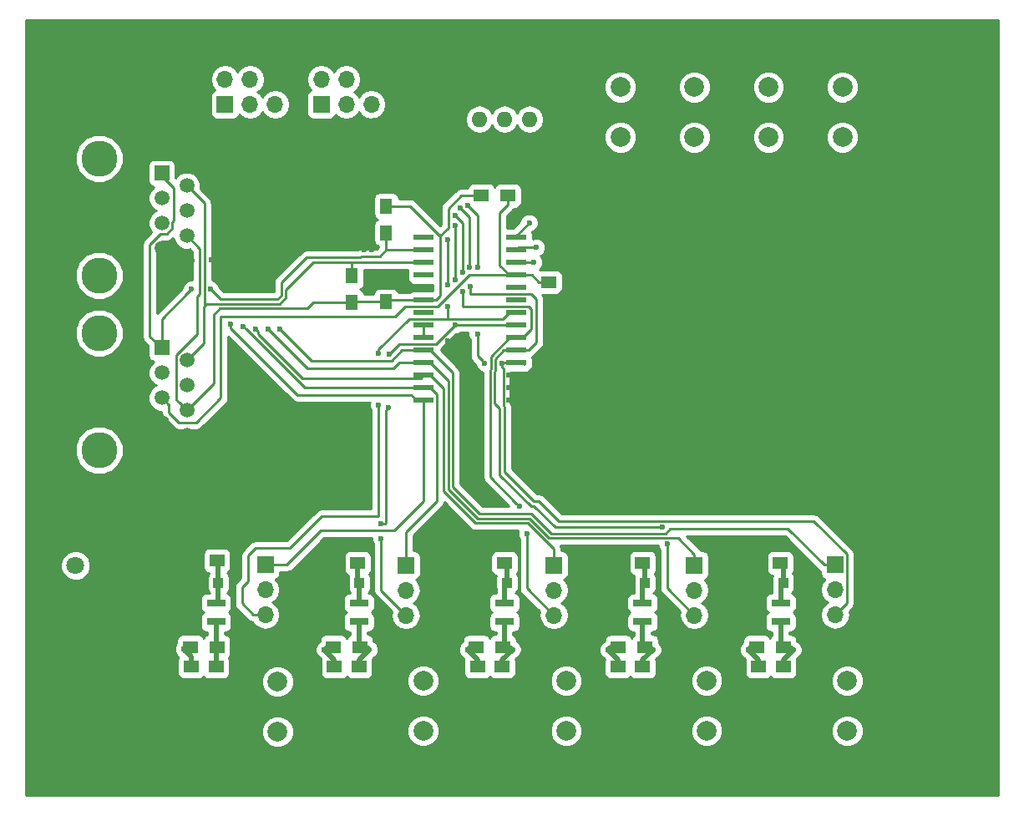
<source format=gbl>
G04 #@! TF.GenerationSoftware,KiCad,Pcbnew,(2017-11-24 revision a01d81e)-master*
G04 #@! TF.CreationDate,2017-12-03T16:31:32+01:00*
G04 #@! TF.ProjectId,PWRCTRLBRD,5057524354524C4252442E6B69636164,rev?*
G04 #@! TF.SameCoordinates,Original*
G04 #@! TF.FileFunction,Copper,L2,Bot,Signal*
G04 #@! TF.FilePolarity,Positive*
%FSLAX46Y46*%
G04 Gerber Fmt 4.6, Leading zero omitted, Abs format (unit mm)*
G04 Created by KiCad (PCBNEW (2017-11-24 revision a01d81e)-master) date Sunday '03en' 03. December 2017 'kl'. 16.31.32*
%MOMM*%
%LPD*%
G01*
G04 APERTURE LIST*
%ADD10C,0.900000*%
%ADD11C,10.600000*%
%ADD12C,3.650000*%
%ADD13R,1.500000X1.500000*%
%ADD14C,1.500000*%
%ADD15R,1.250000X1.500000*%
%ADD16R,1.500000X1.250000*%
%ADD17C,2.000000*%
%ADD18R,1.900000X0.800000*%
%ADD19R,1.300000X1.500000*%
%ADD20R,1.500000X1.300000*%
%ADD21R,1.600000X1.600000*%
%ADD22O,1.600000X1.600000*%
%ADD23R,2.000000X0.600000*%
%ADD24R,1.700000X1.700000*%
%ADD25O,1.700000X1.700000*%
%ADD26R,1.800000X1.800000*%
%ADD27C,1.800000*%
%ADD28R,1.000000X1.000000*%
%ADD29C,0.600000*%
%ADD30C,0.250000*%
%ADD31C,0.500000*%
%ADD32C,0.550000*%
%ADD33C,0.254000*%
G04 APERTURE END LIST*
D10*
X124834749Y-146881251D03*
X122024000Y-145717000D03*
X119213251Y-146881251D03*
X118049000Y-149692000D03*
X119213251Y-152502749D03*
X122024000Y-153667000D03*
X124834749Y-152502749D03*
X125999000Y-149692000D03*
D11*
X122024000Y-149692000D03*
X122024000Y-81692000D03*
D10*
X125999000Y-81692000D03*
X124834749Y-84502749D03*
X122024000Y-85667000D03*
X119213251Y-84502749D03*
X118049000Y-81692000D03*
X119213251Y-78881251D03*
X122024000Y-77717000D03*
X124834749Y-78881251D03*
X212434749Y-78881251D03*
X209624000Y-77717000D03*
X206813251Y-78881251D03*
X205649000Y-81692000D03*
X206813251Y-84502749D03*
X209624000Y-85667000D03*
X212434749Y-84502749D03*
X213599000Y-81692000D03*
D11*
X209624000Y-81692000D03*
D12*
X123974000Y-119992000D03*
X123974000Y-108122000D03*
D13*
X130324000Y-109612000D03*
D14*
X132864000Y-110882000D03*
X130324000Y-112152000D03*
X132864000Y-113422000D03*
X130324000Y-114692000D03*
X132864000Y-115962000D03*
X130324000Y-117232000D03*
X132864000Y-118502000D03*
D15*
X153074000Y-102442000D03*
X153074000Y-104942000D03*
D16*
X133324000Y-141942000D03*
X135824000Y-141942000D03*
X147824000Y-141942000D03*
X150324000Y-141942000D03*
X162324000Y-141942000D03*
X164824000Y-141942000D03*
X176574000Y-141942000D03*
X179074000Y-141942000D03*
X190824000Y-141942000D03*
X193324000Y-141942000D03*
D17*
X128324000Y-126442000D03*
X123244000Y-126442000D03*
X176824000Y-88272000D03*
X176824000Y-83192000D03*
X184324000Y-88272000D03*
X184324000Y-83192000D03*
X191824000Y-88272000D03*
X191824000Y-83192000D03*
X199324000Y-88272000D03*
X199324000Y-83192000D03*
X142074000Y-143442000D03*
X142074000Y-148522000D03*
D12*
X123974000Y-102282000D03*
X123974000Y-90412000D03*
D13*
X130324000Y-91902000D03*
D14*
X132864000Y-93172000D03*
X130324000Y-94442000D03*
X132864000Y-95712000D03*
X130324000Y-96982000D03*
X132864000Y-98252000D03*
X130324000Y-99522000D03*
X132864000Y-100792000D03*
D17*
X156824000Y-143362000D03*
X156824000Y-148442000D03*
X171324000Y-143362000D03*
X171324000Y-148442000D03*
X185574000Y-143362000D03*
X185574000Y-148442000D03*
X199824000Y-143362000D03*
X199824000Y-148442000D03*
D18*
X135824000Y-135492000D03*
X135824000Y-137392000D03*
X132824000Y-136442000D03*
X150324000Y-135492000D03*
X150324000Y-137392000D03*
X147324000Y-136442000D03*
X165074000Y-135492000D03*
X165074000Y-137392000D03*
X162074000Y-136442000D03*
X179074000Y-135492000D03*
X179074000Y-137392000D03*
X176074000Y-136442000D03*
X193074000Y-135492000D03*
X193074000Y-137392000D03*
X190074000Y-136442000D03*
D19*
X149574000Y-105042000D03*
X149574000Y-102342000D03*
D20*
X162724000Y-94192000D03*
X165424000Y-94192000D03*
D19*
X153074000Y-95242000D03*
X153074000Y-97942000D03*
D20*
X135924000Y-131192000D03*
X133224000Y-131192000D03*
X133224000Y-139942000D03*
X135924000Y-139942000D03*
X150174000Y-131442000D03*
X147474000Y-131442000D03*
X147724000Y-139942000D03*
X150424000Y-139942000D03*
X165074000Y-131442000D03*
X162374000Y-131442000D03*
X162224000Y-139942000D03*
X164924000Y-139942000D03*
X179074000Y-131442000D03*
X176374000Y-131442000D03*
X176624000Y-139942000D03*
X179324000Y-139942000D03*
X193024000Y-131442000D03*
X190324000Y-131442000D03*
X190624000Y-139942000D03*
X193324000Y-139942000D03*
D21*
X167614000Y-78822000D03*
D22*
X162534000Y-86442000D03*
X165074000Y-78822000D03*
X165074000Y-86442000D03*
X162534000Y-78822000D03*
X167614000Y-86442000D03*
D23*
X156874000Y-114947000D03*
X156874000Y-113677000D03*
X156874000Y-112407000D03*
X156874000Y-111137000D03*
X156874000Y-109867000D03*
X156874000Y-108597000D03*
X156874000Y-107327000D03*
X156874000Y-106057000D03*
X156874000Y-104787000D03*
X156874000Y-103517000D03*
X156874000Y-102247000D03*
X156874000Y-100977000D03*
X156874000Y-99707000D03*
X156874000Y-98437000D03*
X166274000Y-98437000D03*
X166274000Y-99707000D03*
X166274000Y-100977000D03*
X166274000Y-102247000D03*
X166274000Y-103517000D03*
X166274000Y-104787000D03*
X166274000Y-106057000D03*
X166274000Y-107327000D03*
X166274000Y-108597000D03*
X166274000Y-109867000D03*
X166274000Y-111137000D03*
X166274000Y-112407000D03*
X166274000Y-113677000D03*
X166274000Y-114947000D03*
D24*
X136744000Y-84942000D03*
D25*
X136744000Y-82402000D03*
X139284000Y-84942000D03*
X139284000Y-82402000D03*
X141824000Y-84942000D03*
X141824000Y-82402000D03*
D24*
X146494000Y-84942000D03*
D25*
X146494000Y-82402000D03*
X149034000Y-84942000D03*
X149034000Y-82402000D03*
X151574000Y-84942000D03*
X151574000Y-82402000D03*
D24*
X140824000Y-131612000D03*
D25*
X140824000Y-134152000D03*
X140824000Y-136692000D03*
D24*
X155074000Y-131652000D03*
D25*
X155074000Y-134192000D03*
X155074000Y-136732000D03*
D24*
X170074000Y-131652000D03*
D25*
X170074000Y-134192000D03*
X170074000Y-136732000D03*
D24*
X184324000Y-131652000D03*
D25*
X184324000Y-134192000D03*
X184324000Y-136732000D03*
D24*
X198574000Y-131612000D03*
D25*
X198574000Y-134152000D03*
X198574000Y-136692000D03*
D16*
X172074000Y-102942000D03*
X169574000Y-102942000D03*
D26*
X124114000Y-131692000D03*
D27*
X121574000Y-131692000D03*
D28*
X136074000Y-133442000D03*
X133574000Y-133442000D03*
X150374000Y-133442000D03*
X147874000Y-133442000D03*
X165324000Y-133442000D03*
X162824000Y-133442000D03*
X179324000Y-133442000D03*
X176824000Y-133442000D03*
X193324000Y-133442000D03*
X190824000Y-133442000D03*
D11*
X209624000Y-149692000D03*
D10*
X213599000Y-149692000D03*
X212434749Y-152502749D03*
X209624000Y-153667000D03*
X206813251Y-152502749D03*
X205649000Y-149692000D03*
X206813251Y-146881251D03*
X209624000Y-145717000D03*
X212434749Y-146881251D03*
D29*
X156874000Y-103517000D03*
X156874000Y-106057000D03*
X156874000Y-107327000D03*
X156874000Y-108597000D03*
X159324000Y-108942000D03*
X162824000Y-112442000D03*
X166274000Y-112407000D03*
X151574000Y-99692000D03*
X150824000Y-99692000D03*
X153074000Y-102442000D03*
X135324000Y-100692000D03*
X161319000Y-140217000D03*
X189769000Y-140217000D03*
X175544000Y-140242000D03*
X146819000Y-140217000D03*
X132544000Y-140142000D03*
X162724000Y-94192000D03*
X135824000Y-141942000D03*
X135924000Y-139942000D03*
X151379000Y-140217000D03*
X165879000Y-140217000D03*
X180104000Y-140242000D03*
X194329000Y-140217000D03*
X159324000Y-98692000D03*
X152324008Y-110192000D03*
X152324000Y-115442000D03*
X159324000Y-105442000D03*
X159324000Y-103192000D03*
X153370042Y-110271599D03*
X153324000Y-115692000D03*
X160049000Y-107327000D03*
X160074000Y-102692000D03*
X160074000Y-97192000D03*
X152574000Y-128942000D03*
X152574000Y-127442000D03*
X160824000Y-101942000D03*
X160074000Y-96192000D03*
X166574000Y-125692024D03*
X167324010Y-128442000D03*
X160824000Y-103942000D03*
X161523994Y-101445147D03*
X160565042Y-95444986D03*
X161574000Y-103442000D03*
X181563741Y-129517029D03*
X181075104Y-127817010D03*
X163074000Y-111192000D03*
X164824000Y-111192000D03*
X162324000Y-108192000D03*
X162324000Y-101442000D03*
X161324000Y-95192000D03*
X133324004Y-103692000D03*
X135274022Y-103692000D03*
X168074000Y-100942000D03*
X168324000Y-99442000D03*
X167574000Y-96942000D03*
X135824000Y-135492000D03*
X150324000Y-135492000D03*
X165074000Y-135492000D03*
X179074000Y-135492000D03*
X193074000Y-135492000D03*
X137324000Y-107192000D03*
X141074000Y-107692000D03*
X138574000Y-107442000D03*
X142324000Y-107692000D03*
X139824000Y-107692000D03*
D30*
X156874000Y-108597000D02*
X156874000Y-107327000D01*
X162524001Y-112142001D02*
X159324000Y-108942000D01*
X162824000Y-112442000D02*
X162524001Y-112142001D01*
X166274000Y-113677000D02*
X166274000Y-114947000D01*
X166274000Y-112407000D02*
X166274000Y-113677000D01*
X130324000Y-99522000D02*
X130324000Y-100582660D01*
X130324000Y-100582660D02*
X130533340Y-100792000D01*
X130533340Y-100792000D02*
X131803340Y-100792000D01*
X131803340Y-100792000D02*
X132864000Y-100792000D01*
X156874000Y-103517000D02*
X154024000Y-103517000D01*
X154024000Y-103517000D02*
X153074000Y-102567000D01*
X153074000Y-102567000D02*
X153074000Y-102442000D01*
D31*
X162324000Y-141942000D02*
X162324000Y-141222000D01*
X162324000Y-141222000D02*
X161319000Y-140217000D01*
X162224000Y-139942000D02*
X161594000Y-139942000D01*
X161594000Y-139942000D02*
X161319000Y-140217000D01*
X190824000Y-141942000D02*
X190824000Y-141272000D01*
X190824000Y-141272000D02*
X189769000Y-140217000D01*
X190624000Y-139942000D02*
X190044000Y-139942000D01*
X190044000Y-139942000D02*
X189769000Y-140217000D01*
X176574000Y-141942000D02*
X176574000Y-141272000D01*
X176574000Y-141272000D02*
X175544000Y-140242000D01*
X176624000Y-139942000D02*
X175844000Y-139942000D01*
X175844000Y-139942000D02*
X175544000Y-140242000D01*
X147824000Y-141942000D02*
X147824000Y-141222000D01*
X147824000Y-141222000D02*
X146819000Y-140217000D01*
X147724000Y-139942000D02*
X147094000Y-139942000D01*
X147094000Y-139942000D02*
X146819000Y-140217000D01*
X133324000Y-141942000D02*
X133324000Y-140922000D01*
X133324000Y-140922000D02*
X132544000Y-140142000D01*
X133224000Y-139942000D02*
X132744000Y-139942000D01*
X132744000Y-139942000D02*
X132544000Y-140142000D01*
D30*
X160685425Y-94192000D02*
X159383998Y-95493427D01*
X161724000Y-94192000D02*
X160685425Y-94192000D01*
X155487590Y-95242000D02*
X152574000Y-95242000D01*
X158574000Y-98251998D02*
X158497588Y-98251998D01*
X158497588Y-98251998D02*
X155487590Y-95242000D01*
X148674000Y-105042000D02*
X149574000Y-105042000D01*
X145674000Y-105042000D02*
X148674000Y-105042000D01*
X145074000Y-105642000D02*
X145674000Y-105042000D01*
X135574000Y-106305589D02*
X136237589Y-105642000D01*
X132864000Y-115962000D02*
X135574000Y-113252000D01*
X136237589Y-105642000D02*
X145074000Y-105642000D01*
X135574000Y-113252000D02*
X135574000Y-106305589D01*
X159383998Y-97442000D02*
X158574000Y-98251998D01*
X159383998Y-95493427D02*
X159383998Y-97442000D01*
X131788999Y-114886999D02*
X132114001Y-115212001D01*
X131788999Y-110365999D02*
X131788999Y-114886999D01*
X134199001Y-104128416D02*
X133949002Y-104378415D01*
X133949002Y-108205996D02*
X131788999Y-110365999D01*
X132864000Y-98252000D02*
X134199001Y-99587001D01*
X134199001Y-99587001D02*
X134199001Y-104128416D01*
X133949002Y-104378415D02*
X133949002Y-108205996D01*
X132114001Y-115212001D02*
X132864000Y-115962000D01*
X153074000Y-104942000D02*
X149674000Y-104942000D01*
X149674000Y-104942000D02*
X149574000Y-105042000D01*
X156874000Y-104787000D02*
X153229000Y-104787000D01*
X153229000Y-104787000D02*
X153074000Y-104942000D01*
X162724000Y-94192000D02*
X161724000Y-94192000D01*
X156874000Y-104787000D02*
X158124000Y-104787000D01*
X158124000Y-104787000D02*
X158574000Y-104337000D01*
X158574000Y-104337000D02*
X158574000Y-98251998D01*
D31*
X135824000Y-141942000D02*
X135824000Y-140042000D01*
D30*
X135824000Y-140042000D02*
X135924000Y-139942000D01*
D32*
X135824000Y-137392000D02*
X135824000Y-139842000D01*
D30*
X135824000Y-139842000D02*
X135924000Y-139942000D01*
D31*
X150324000Y-141942000D02*
X150324000Y-141272000D01*
X150324000Y-141272000D02*
X151379000Y-140217000D01*
X150424000Y-139942000D02*
X151104000Y-139942000D01*
X151104000Y-139942000D02*
X151379000Y-140217000D01*
X150324000Y-137392000D02*
X150324000Y-139842000D01*
X150324000Y-139842000D02*
X150424000Y-139942000D01*
X165074000Y-137392000D02*
X165074000Y-139792000D01*
X165074000Y-139792000D02*
X164924000Y-139942000D01*
X164924000Y-139942000D02*
X165604000Y-139942000D01*
X165604000Y-139942000D02*
X165879000Y-140217000D01*
X164824000Y-141942000D02*
X164824000Y-141272000D01*
X164824000Y-141272000D02*
X165879000Y-140217000D01*
X179324000Y-139942000D02*
X179804000Y-139942000D01*
X179804000Y-139942000D02*
X180104000Y-140242000D01*
X179074000Y-141942000D02*
X179074000Y-141272000D01*
X179074000Y-141272000D02*
X180104000Y-140242000D01*
X179074000Y-137392000D02*
X179074000Y-139692000D01*
X179074000Y-139692000D02*
X179324000Y-139942000D01*
X193324000Y-141942000D02*
X193324000Y-141222000D01*
X193324000Y-141222000D02*
X194329000Y-140217000D01*
X193324000Y-139942000D02*
X194054000Y-139942000D01*
X194054000Y-139942000D02*
X194329000Y-140217000D01*
X193074000Y-137392000D02*
X193074000Y-139692000D01*
X193074000Y-139692000D02*
X193324000Y-139942000D01*
D30*
X152324008Y-109767736D02*
X152324008Y-110192000D01*
X159324000Y-106701999D02*
X155389745Y-106701999D01*
X155389745Y-106701999D02*
X152324008Y-109767736D01*
X152324000Y-115442000D02*
X152324000Y-126692000D01*
X152324000Y-126692000D02*
X146574000Y-126692000D01*
X164929001Y-106701999D02*
X159324000Y-106701999D01*
X159324000Y-105442000D02*
X159324000Y-106701999D01*
X159324000Y-99116264D02*
X159324000Y-103192000D01*
X159324000Y-98692000D02*
X159324000Y-99116264D01*
X139074000Y-130692000D02*
X139074000Y-133266996D01*
X138448998Y-133891998D02*
X138448998Y-135519079D01*
X139621919Y-136692000D02*
X140824000Y-136692000D01*
X139824000Y-129942000D02*
X139074000Y-130692000D01*
X166274000Y-106057000D02*
X165574000Y-106057000D01*
X165574000Y-106057000D02*
X164929001Y-106701999D01*
X143324000Y-129942000D02*
X139824000Y-129942000D01*
X139074000Y-133266996D02*
X138448998Y-133891998D01*
X138448998Y-135519079D02*
X139621919Y-136692000D01*
X146574000Y-126692000D02*
X143324000Y-129942000D01*
X154399642Y-109241999D02*
X153670041Y-109971600D01*
X160049000Y-107327000D02*
X158134001Y-109241999D01*
X153670041Y-109971600D02*
X153370042Y-110271599D01*
X158134001Y-109241999D02*
X154399642Y-109241999D01*
X153074000Y-126442000D02*
X153074000Y-115942000D01*
X153074000Y-115942000D02*
X153324000Y-115692000D01*
X153074000Y-126442000D02*
X153074000Y-126578411D01*
X153074000Y-126442000D02*
X153074000Y-127366264D01*
X153074000Y-127366264D02*
X152998264Y-127442000D01*
X160074000Y-102692000D02*
X160074000Y-97192000D01*
X152998264Y-127442000D02*
X152574000Y-127442000D01*
X166274000Y-107327000D02*
X160049000Y-107327000D01*
X152574000Y-128942000D02*
X152574000Y-134232000D01*
X152574000Y-134232000D02*
X155074000Y-136732000D01*
X160824000Y-96942000D02*
X160824000Y-101942000D01*
X160373999Y-96491999D02*
X160824000Y-96942000D01*
X160074000Y-96192000D02*
X160373999Y-96491999D01*
X163623989Y-111830628D02*
X163623989Y-122742013D01*
X166274001Y-125392025D02*
X166574000Y-125692024D01*
X163623989Y-122742013D02*
X166274001Y-125392025D01*
X163699002Y-111755615D02*
X163623989Y-111830628D01*
X165574000Y-108597000D02*
X163699002Y-110471998D01*
X163699002Y-110471998D02*
X163699002Y-111755615D01*
X166274000Y-108597000D02*
X165574000Y-108597000D01*
X167324010Y-133982010D02*
X167324010Y-128866264D01*
X167324010Y-128866264D02*
X167324010Y-128442000D01*
X170074000Y-136732000D02*
X167324010Y-133982010D01*
X160824000Y-103942000D02*
X160824000Y-105442000D01*
X160824000Y-105442000D02*
X160834001Y-105431999D01*
X160834001Y-105431999D02*
X167534001Y-105431999D01*
X167534001Y-105431999D02*
X167824000Y-105721998D01*
X167824000Y-107747000D02*
X166974000Y-108597000D01*
X167824000Y-105721998D02*
X167824000Y-107747000D01*
X166974000Y-108597000D02*
X166274000Y-108597000D01*
X164074000Y-112017028D02*
X164074000Y-115268413D01*
X164074000Y-115268413D02*
X164574000Y-115768413D01*
X164574000Y-115768413D02*
X164574000Y-122516996D01*
X164574000Y-122516996D02*
X167749004Y-125692000D01*
X164149013Y-110741987D02*
X164149013Y-111942015D01*
X167749004Y-125692000D02*
X168074000Y-125692000D01*
X170199010Y-127817010D02*
X171824000Y-127817010D01*
X168074000Y-125692000D02*
X170199010Y-127817010D01*
X164149013Y-111942015D02*
X164074000Y-112017028D01*
X165024000Y-109867000D02*
X164149013Y-110741987D01*
X166274000Y-109867000D02*
X165024000Y-109867000D01*
X171699010Y-127817010D02*
X171824000Y-127817010D01*
X171824000Y-127817010D02*
X180650840Y-127817010D01*
X180650840Y-127817010D02*
X181075104Y-127817010D01*
X161523994Y-96403938D02*
X161523994Y-101020883D01*
X160565042Y-95444986D02*
X161523994Y-96403938D01*
X161523994Y-101020883D02*
X161523994Y-101445147D01*
X161604001Y-104161999D02*
X161574000Y-104131998D01*
X161574000Y-104131998D02*
X161574000Y-103442000D01*
X168324000Y-104692000D02*
X167793999Y-104161999D01*
X167793999Y-104161999D02*
X161604001Y-104161999D01*
X168324000Y-109067000D02*
X168324000Y-104692000D01*
X166274000Y-109867000D02*
X167524000Y-109867000D01*
X167524000Y-109867000D02*
X168324000Y-109067000D01*
X184324000Y-136732000D02*
X181563741Y-133971741D01*
X181563741Y-129941293D02*
X181563741Y-129517029D01*
X181563741Y-133971741D02*
X181563741Y-129941293D01*
X198574000Y-136692000D02*
X199749001Y-135516999D01*
X199749001Y-135516999D02*
X199749001Y-130501999D01*
X164948999Y-111741263D02*
X164824000Y-111616264D01*
X199749001Y-130501999D02*
X196439002Y-127192000D01*
X196439002Y-127192000D02*
X170574000Y-127192000D01*
X168574000Y-125192000D02*
X168074000Y-125192000D01*
X165074000Y-115632002D02*
X164948999Y-115507001D01*
X170574000Y-127192000D02*
X168574000Y-125192000D01*
X164824000Y-111616264D02*
X164824000Y-111192000D01*
X168074000Y-125192000D02*
X165074000Y-122192000D01*
X165074000Y-122192000D02*
X165074000Y-115632002D01*
X164948999Y-115507001D02*
X164948999Y-111741263D01*
X162324000Y-108192000D02*
X162324000Y-110442000D01*
X162774001Y-110892001D02*
X163074000Y-111192000D01*
X162324000Y-110442000D02*
X162774001Y-110892001D01*
X164879000Y-111137000D02*
X164824000Y-111192000D01*
X166274000Y-111137000D02*
X164879000Y-111137000D01*
X162324000Y-96192000D02*
X162324000Y-101442000D01*
X161324000Y-95192000D02*
X162324000Y-96192000D01*
X166974000Y-111137000D02*
X167074000Y-111237000D01*
X166274000Y-111137000D02*
X166974000Y-111137000D01*
X153074000Y-99707000D02*
X152463999Y-100317001D01*
X152463999Y-100317001D02*
X150559000Y-100317001D01*
X150434001Y-100442000D02*
X144999002Y-100442000D01*
X150559000Y-100317001D02*
X150434001Y-100442000D01*
X144999002Y-100442000D02*
X142449001Y-102992001D01*
X142449001Y-102992001D02*
X142449001Y-104316999D01*
X142449001Y-104316999D02*
X142074000Y-104692000D01*
X142074000Y-104692000D02*
X136274022Y-104692000D01*
X136274022Y-104692000D02*
X135574021Y-103991999D01*
X135574021Y-103991999D02*
X135274022Y-103692000D01*
X130324000Y-106692004D02*
X133024005Y-103991999D01*
X133024005Y-103991999D02*
X133324004Y-103692000D01*
X130324000Y-109612000D02*
X130324000Y-106692004D01*
X153074000Y-97942000D02*
X153074000Y-99707000D01*
X153074000Y-99707000D02*
X156874000Y-99707000D01*
X130324000Y-91902000D02*
X130324000Y-92192000D01*
X130324000Y-92192000D02*
X131574000Y-93442000D01*
X131399001Y-96866999D02*
X131399001Y-97498001D01*
X131574000Y-93442000D02*
X131574000Y-96692000D01*
X131574000Y-96692000D02*
X131399001Y-96866999D01*
X130208999Y-98057001D02*
X129074000Y-99192000D01*
X131399001Y-97498001D02*
X130840001Y-98057001D01*
X130840001Y-98057001D02*
X130208999Y-98057001D01*
X129074000Y-99192000D02*
X129074000Y-108442000D01*
X129074000Y-108442000D02*
X130324000Y-109692000D01*
X142899012Y-104503399D02*
X142899012Y-103753399D01*
X142899012Y-103753399D02*
X145675411Y-100977000D01*
X134873989Y-105142011D02*
X142260400Y-105142011D01*
X145675411Y-100977000D02*
X149574000Y-100977000D01*
X134574000Y-105442000D02*
X134873989Y-105142011D01*
X142260400Y-105142011D02*
X142899012Y-104503399D01*
X132864000Y-93172000D02*
X134649012Y-94957012D01*
X134649012Y-94957012D02*
X134649012Y-105366988D01*
X134649012Y-105366988D02*
X134574000Y-105442000D01*
X149574000Y-100977000D02*
X156874000Y-100977000D01*
X149574000Y-102342000D02*
X149574000Y-100977000D01*
X134574000Y-107942000D02*
X134574000Y-105442000D01*
X134574000Y-109172000D02*
X134574000Y-107942000D01*
X132864000Y-110882000D02*
X134574000Y-109172000D01*
X165574000Y-102247000D02*
X161519000Y-102247000D01*
X158144002Y-105442000D02*
X158134001Y-105431999D01*
X161519000Y-102247000D02*
X158324000Y-105442000D01*
X158324000Y-105442000D02*
X158144002Y-105442000D01*
X153985389Y-106442000D02*
X136324000Y-106442000D01*
X158134001Y-105431999D02*
X154995390Y-105431999D01*
X133824000Y-117192000D02*
X132074000Y-117192000D01*
X154995390Y-105431999D02*
X153985389Y-106442000D01*
X136324000Y-114692000D02*
X133824000Y-117192000D01*
X136324000Y-106442000D02*
X136324000Y-114692000D01*
X131073999Y-115441999D02*
X130324000Y-114692000D01*
X132074000Y-117192000D02*
X131073999Y-116191999D01*
X131073999Y-116191999D02*
X131073999Y-115441999D01*
X169574000Y-102942000D02*
X168574000Y-102942000D01*
X168574000Y-102942000D02*
X167879000Y-102247000D01*
X167879000Y-102247000D02*
X167524000Y-102247000D01*
X167524000Y-102247000D02*
X166274000Y-102247000D01*
X165424000Y-94192000D02*
X165424000Y-95092000D01*
X165424000Y-95092000D02*
X164574000Y-95942000D01*
X164574000Y-95942000D02*
X164574000Y-101247000D01*
X164574000Y-101247000D02*
X165574000Y-102247000D01*
X165574000Y-102247000D02*
X166274000Y-102247000D01*
X166274000Y-100977000D02*
X168039000Y-100977000D01*
X168039000Y-100977000D02*
X168074000Y-100942000D01*
X166274000Y-100977000D02*
X166974000Y-100977000D01*
X168324000Y-99442000D02*
X166539000Y-99442000D01*
X166539000Y-99442000D02*
X166274000Y-99707000D01*
X166974000Y-99707000D02*
X166274000Y-99707000D01*
X166274000Y-98437000D02*
X166274000Y-98242000D01*
X166274000Y-98242000D02*
X167574000Y-96942000D01*
D31*
X136074000Y-133442000D02*
X136074000Y-131342000D01*
X136074000Y-131342000D02*
X135924000Y-131192000D01*
X136074000Y-133442000D02*
X136074000Y-135242000D01*
X136074000Y-135242000D02*
X135824000Y-135492000D01*
X150174000Y-131442000D02*
X150174000Y-133242000D01*
X150174000Y-133242000D02*
X150374000Y-133442000D01*
X150324000Y-135492000D02*
X150324000Y-133492000D01*
X150324000Y-133492000D02*
X150374000Y-133442000D01*
X165324000Y-133442000D02*
X165324000Y-131692000D01*
X165324000Y-131692000D02*
X165074000Y-131442000D01*
X165074000Y-135492000D02*
X165074000Y-133692000D01*
X165074000Y-133692000D02*
X165324000Y-133442000D01*
X179324000Y-133442000D02*
X179324000Y-131692000D01*
X179324000Y-131692000D02*
X179074000Y-131442000D01*
X179074000Y-135492000D02*
X179074000Y-133692000D01*
X179074000Y-133692000D02*
X179324000Y-133442000D01*
X193324000Y-133442000D02*
X193324000Y-131742000D01*
X193324000Y-131742000D02*
X193024000Y-131442000D01*
X193074000Y-135492000D02*
X193074000Y-133692000D01*
X193074000Y-133692000D02*
X193324000Y-133442000D01*
D30*
X144104736Y-114397000D02*
X137324000Y-107616264D01*
X156174000Y-114947000D02*
X155624000Y-114397000D01*
X137324000Y-107616264D02*
X137324000Y-107192000D01*
X155624000Y-114397000D02*
X144104736Y-114397000D01*
X156874000Y-114947000D02*
X156174000Y-114947000D01*
X156874000Y-114947000D02*
X156874000Y-125142000D01*
X156874000Y-125142000D02*
X153873989Y-128142011D01*
X153873989Y-128142011D02*
X146478989Y-128142011D01*
X146478989Y-128142011D02*
X143009000Y-131612000D01*
X141924000Y-131612000D02*
X140824000Y-131612000D01*
X143009000Y-131612000D02*
X141924000Y-131612000D01*
X141074000Y-107692000D02*
X145074000Y-111692000D01*
X145074000Y-111692000D02*
X153824000Y-111692000D01*
X153824000Y-111692000D02*
X154379000Y-111137000D01*
X154379000Y-111137000D02*
X156874000Y-111137000D01*
X156874000Y-111137000D02*
X157574000Y-111137000D01*
X157574000Y-111137000D02*
X159373989Y-112936989D01*
X162323998Y-126941998D02*
X167635411Y-126941998D01*
X159373989Y-123991989D02*
X162323998Y-126941998D01*
X182664022Y-128892022D02*
X184324000Y-130552000D01*
X184324000Y-130552000D02*
X184324000Y-131652000D01*
X159373989Y-112936989D02*
X159373989Y-123991989D01*
X167635411Y-126941998D02*
X169585435Y-128892022D01*
X169585435Y-128892022D02*
X182664022Y-128892022D01*
X144809000Y-113677000D02*
X138873999Y-107741999D01*
X156874000Y-113677000D02*
X144809000Y-113677000D01*
X138873999Y-107741999D02*
X138574000Y-107442000D01*
X158199001Y-125176999D02*
X155074000Y-128302000D01*
X155074000Y-128302000D02*
X155074000Y-131652000D01*
X155074000Y-131652000D02*
X155074000Y-130552000D01*
X158199001Y-125176999D02*
X158199001Y-114302001D01*
X157574000Y-113677000D02*
X156874000Y-113677000D01*
X158199001Y-114302001D02*
X157574000Y-113677000D01*
X142324000Y-107692000D02*
X145528601Y-110896601D01*
X154699645Y-109867000D02*
X155624000Y-109867000D01*
X153670044Y-110896601D02*
X154699645Y-109867000D01*
X155624000Y-109867000D02*
X156874000Y-109867000D01*
X145528601Y-110896601D02*
X153670044Y-110896601D01*
X198574000Y-131612000D02*
X197474000Y-131612000D01*
X197474000Y-131612000D02*
X193804000Y-127942000D01*
X193804000Y-127942000D02*
X181875116Y-127942000D01*
X181875116Y-127942000D02*
X181375105Y-128442011D01*
X169824011Y-128442011D02*
X167824000Y-126442000D01*
X157574000Y-109867000D02*
X156874000Y-109867000D01*
X181375105Y-128442011D02*
X169824011Y-128442011D01*
X167824000Y-126442000D02*
X162574000Y-126442000D01*
X162574000Y-126442000D02*
X159824000Y-123692000D01*
X159824000Y-123692000D02*
X159824000Y-112117000D01*
X159824000Y-112117000D02*
X157574000Y-109867000D01*
X156874000Y-112407000D02*
X156589000Y-112692000D01*
X156589000Y-112692000D02*
X144574000Y-112692000D01*
X144574000Y-112692000D02*
X140123999Y-108241999D01*
X140123999Y-108241999D02*
X140123999Y-107991999D01*
X140123999Y-107991999D02*
X139824000Y-107692000D01*
X158923978Y-124178389D02*
X158923978Y-113756978D01*
X158923978Y-113756978D02*
X157574000Y-112407000D01*
X162137599Y-127392009D02*
X158923978Y-124178389D01*
X170074000Y-130016998D02*
X167449011Y-127392009D01*
X167449011Y-127392009D02*
X162137599Y-127392009D01*
X157574000Y-112407000D02*
X156874000Y-112407000D01*
X170074000Y-131652000D02*
X170074000Y-130016998D01*
D33*
G36*
X215114000Y-154982000D02*
X116534000Y-154982000D01*
X116534000Y-153881873D01*
X120938812Y-153881873D01*
X121103646Y-154280800D01*
X121408595Y-154586282D01*
X121807233Y-154751811D01*
X122238873Y-154752188D01*
X122637800Y-154587354D01*
X122943282Y-154282405D01*
X123108811Y-153883767D01*
X123108812Y-153881873D01*
X208538812Y-153881873D01*
X208703646Y-154280800D01*
X209008595Y-154586282D01*
X209407233Y-154751811D01*
X209838873Y-154752188D01*
X210237800Y-154587354D01*
X210543282Y-154282405D01*
X210708811Y-153883767D01*
X210709188Y-153452127D01*
X210544354Y-153053200D01*
X210239405Y-152747718D01*
X210166926Y-152717622D01*
X211349561Y-152717622D01*
X211514395Y-153116549D01*
X211819344Y-153422031D01*
X212217982Y-153587560D01*
X212649622Y-153587937D01*
X213048549Y-153423103D01*
X213354031Y-153118154D01*
X213519560Y-152719516D01*
X213519937Y-152287876D01*
X213355103Y-151888949D01*
X213050154Y-151583467D01*
X212651516Y-151417938D01*
X212219876Y-151417561D01*
X211820949Y-151582395D01*
X211515467Y-151887344D01*
X211349938Y-152285982D01*
X211349561Y-152717622D01*
X210166926Y-152717622D01*
X209840767Y-152582189D01*
X209409127Y-152581812D01*
X209010200Y-152746646D01*
X208704718Y-153051595D01*
X208539189Y-153450233D01*
X208538812Y-153881873D01*
X123108812Y-153881873D01*
X123109188Y-153452127D01*
X122944354Y-153053200D01*
X122639405Y-152747718D01*
X122566926Y-152717622D01*
X123749561Y-152717622D01*
X123914395Y-153116549D01*
X124219344Y-153422031D01*
X124617982Y-153587560D01*
X125049622Y-153587937D01*
X125448549Y-153423103D01*
X125754031Y-153118154D01*
X125919560Y-152719516D01*
X125919561Y-152717622D01*
X205728063Y-152717622D01*
X205892897Y-153116549D01*
X206197846Y-153422031D01*
X206596484Y-153587560D01*
X207028124Y-153587937D01*
X207427051Y-153423103D01*
X207732533Y-153118154D01*
X207898062Y-152719516D01*
X207898439Y-152287876D01*
X207733605Y-151888949D01*
X207428656Y-151583467D01*
X207030018Y-151417938D01*
X206598378Y-151417561D01*
X206199451Y-151582395D01*
X205893969Y-151887344D01*
X205728440Y-152285982D01*
X205728063Y-152717622D01*
X125919561Y-152717622D01*
X125919937Y-152287876D01*
X125755103Y-151888949D01*
X125450154Y-151583467D01*
X125051516Y-151417938D01*
X124619876Y-151417561D01*
X124220949Y-151582395D01*
X123915467Y-151887344D01*
X123749938Y-152285982D01*
X123749561Y-152717622D01*
X122566926Y-152717622D01*
X122240767Y-152582189D01*
X121809127Y-152581812D01*
X121410200Y-152746646D01*
X121104718Y-153051595D01*
X120939189Y-153450233D01*
X120938812Y-153881873D01*
X116534000Y-153881873D01*
X116534000Y-152717622D01*
X118128063Y-152717622D01*
X118292897Y-153116549D01*
X118597846Y-153422031D01*
X118996484Y-153587560D01*
X119428124Y-153587937D01*
X119827051Y-153423103D01*
X120132533Y-153118154D01*
X120298062Y-152719516D01*
X120298439Y-152287876D01*
X120133605Y-151888949D01*
X119828656Y-151583467D01*
X119430018Y-151417938D01*
X118998378Y-151417561D01*
X118599451Y-151582395D01*
X118293969Y-151887344D01*
X118128440Y-152285982D01*
X118128063Y-152717622D01*
X116534000Y-152717622D01*
X116534000Y-149906873D01*
X116963812Y-149906873D01*
X117128646Y-150305800D01*
X117433595Y-150611282D01*
X117832233Y-150776811D01*
X118263873Y-150777188D01*
X118662800Y-150612354D01*
X118968282Y-150307405D01*
X119133811Y-149908767D01*
X119133812Y-149906873D01*
X124913812Y-149906873D01*
X125078646Y-150305800D01*
X125383595Y-150611282D01*
X125782233Y-150776811D01*
X126213873Y-150777188D01*
X126612800Y-150612354D01*
X126918282Y-150307405D01*
X127083811Y-149908767D01*
X127084188Y-149477127D01*
X126919354Y-149078200D01*
X126687355Y-148845795D01*
X140438716Y-148845795D01*
X140687106Y-149446943D01*
X141146637Y-149907278D01*
X141747352Y-150156716D01*
X142397795Y-150157284D01*
X142998943Y-149908894D01*
X143459278Y-149449363D01*
X143708716Y-148848648D01*
X143708788Y-148765795D01*
X155188716Y-148765795D01*
X155437106Y-149366943D01*
X155896637Y-149827278D01*
X156497352Y-150076716D01*
X157147795Y-150077284D01*
X157748943Y-149828894D01*
X158209278Y-149369363D01*
X158458716Y-148768648D01*
X158458718Y-148765795D01*
X169688716Y-148765795D01*
X169937106Y-149366943D01*
X170396637Y-149827278D01*
X170997352Y-150076716D01*
X171647795Y-150077284D01*
X172248943Y-149828894D01*
X172709278Y-149369363D01*
X172958716Y-148768648D01*
X172958718Y-148765795D01*
X183938716Y-148765795D01*
X184187106Y-149366943D01*
X184646637Y-149827278D01*
X185247352Y-150076716D01*
X185897795Y-150077284D01*
X186498943Y-149828894D01*
X186959278Y-149369363D01*
X187208716Y-148768648D01*
X187208718Y-148765795D01*
X198188716Y-148765795D01*
X198437106Y-149366943D01*
X198896637Y-149827278D01*
X199497352Y-150076716D01*
X200147795Y-150077284D01*
X200560219Y-149906873D01*
X204563812Y-149906873D01*
X204728646Y-150305800D01*
X205033595Y-150611282D01*
X205432233Y-150776811D01*
X205863873Y-150777188D01*
X206262800Y-150612354D01*
X206568282Y-150307405D01*
X206733811Y-149908767D01*
X206733812Y-149906873D01*
X212513812Y-149906873D01*
X212678646Y-150305800D01*
X212983595Y-150611282D01*
X213382233Y-150776811D01*
X213813873Y-150777188D01*
X214212800Y-150612354D01*
X214518282Y-150307405D01*
X214683811Y-149908767D01*
X214684188Y-149477127D01*
X214519354Y-149078200D01*
X214214405Y-148772718D01*
X213815767Y-148607189D01*
X213384127Y-148606812D01*
X212985200Y-148771646D01*
X212679718Y-149076595D01*
X212514189Y-149475233D01*
X212513812Y-149906873D01*
X206733812Y-149906873D01*
X206734188Y-149477127D01*
X206569354Y-149078200D01*
X206264405Y-148772718D01*
X205865767Y-148607189D01*
X205434127Y-148606812D01*
X205035200Y-148771646D01*
X204729718Y-149076595D01*
X204564189Y-149475233D01*
X204563812Y-149906873D01*
X200560219Y-149906873D01*
X200748943Y-149828894D01*
X201209278Y-149369363D01*
X201458716Y-148768648D01*
X201459284Y-148118205D01*
X201210894Y-147517057D01*
X200790697Y-147096124D01*
X205728063Y-147096124D01*
X205892897Y-147495051D01*
X206197846Y-147800533D01*
X206596484Y-147966062D01*
X207028124Y-147966439D01*
X207427051Y-147801605D01*
X207732533Y-147496656D01*
X207898062Y-147098018D01*
X207898063Y-147096124D01*
X211349561Y-147096124D01*
X211514395Y-147495051D01*
X211819344Y-147800533D01*
X212217982Y-147966062D01*
X212649622Y-147966439D01*
X213048549Y-147801605D01*
X213354031Y-147496656D01*
X213519560Y-147098018D01*
X213519937Y-146666378D01*
X213355103Y-146267451D01*
X213050154Y-145961969D01*
X212651516Y-145796440D01*
X212219876Y-145796063D01*
X211820949Y-145960897D01*
X211515467Y-146265846D01*
X211349938Y-146664484D01*
X211349561Y-147096124D01*
X207898063Y-147096124D01*
X207898439Y-146666378D01*
X207733605Y-146267451D01*
X207428656Y-145961969D01*
X207356177Y-145931873D01*
X208538812Y-145931873D01*
X208703646Y-146330800D01*
X209008595Y-146636282D01*
X209407233Y-146801811D01*
X209838873Y-146802188D01*
X210237800Y-146637354D01*
X210543282Y-146332405D01*
X210708811Y-145933767D01*
X210709188Y-145502127D01*
X210544354Y-145103200D01*
X210239405Y-144797718D01*
X209840767Y-144632189D01*
X209409127Y-144631812D01*
X209010200Y-144796646D01*
X208704718Y-145101595D01*
X208539189Y-145500233D01*
X208538812Y-145931873D01*
X207356177Y-145931873D01*
X207030018Y-145796440D01*
X206598378Y-145796063D01*
X206199451Y-145960897D01*
X205893969Y-146265846D01*
X205728440Y-146664484D01*
X205728063Y-147096124D01*
X200790697Y-147096124D01*
X200751363Y-147056722D01*
X200150648Y-146807284D01*
X199500205Y-146806716D01*
X198899057Y-147055106D01*
X198438722Y-147514637D01*
X198189284Y-148115352D01*
X198188716Y-148765795D01*
X187208718Y-148765795D01*
X187209284Y-148118205D01*
X186960894Y-147517057D01*
X186501363Y-147056722D01*
X185900648Y-146807284D01*
X185250205Y-146806716D01*
X184649057Y-147055106D01*
X184188722Y-147514637D01*
X183939284Y-148115352D01*
X183938716Y-148765795D01*
X172958718Y-148765795D01*
X172959284Y-148118205D01*
X172710894Y-147517057D01*
X172251363Y-147056722D01*
X171650648Y-146807284D01*
X171000205Y-146806716D01*
X170399057Y-147055106D01*
X169938722Y-147514637D01*
X169689284Y-148115352D01*
X169688716Y-148765795D01*
X158458718Y-148765795D01*
X158459284Y-148118205D01*
X158210894Y-147517057D01*
X157751363Y-147056722D01*
X157150648Y-146807284D01*
X156500205Y-146806716D01*
X155899057Y-147055106D01*
X155438722Y-147514637D01*
X155189284Y-148115352D01*
X155188716Y-148765795D01*
X143708788Y-148765795D01*
X143709284Y-148198205D01*
X143460894Y-147597057D01*
X143001363Y-147136722D01*
X142400648Y-146887284D01*
X141750205Y-146886716D01*
X141149057Y-147135106D01*
X140688722Y-147594637D01*
X140439284Y-148195352D01*
X140438716Y-148845795D01*
X126687355Y-148845795D01*
X126614405Y-148772718D01*
X126215767Y-148607189D01*
X125784127Y-148606812D01*
X125385200Y-148771646D01*
X125079718Y-149076595D01*
X124914189Y-149475233D01*
X124913812Y-149906873D01*
X119133812Y-149906873D01*
X119134188Y-149477127D01*
X118969354Y-149078200D01*
X118664405Y-148772718D01*
X118265767Y-148607189D01*
X117834127Y-148606812D01*
X117435200Y-148771646D01*
X117129718Y-149076595D01*
X116964189Y-149475233D01*
X116963812Y-149906873D01*
X116534000Y-149906873D01*
X116534000Y-147096124D01*
X118128063Y-147096124D01*
X118292897Y-147495051D01*
X118597846Y-147800533D01*
X118996484Y-147966062D01*
X119428124Y-147966439D01*
X119827051Y-147801605D01*
X120132533Y-147496656D01*
X120298062Y-147098018D01*
X120298063Y-147096124D01*
X123749561Y-147096124D01*
X123914395Y-147495051D01*
X124219344Y-147800533D01*
X124617982Y-147966062D01*
X125049622Y-147966439D01*
X125448549Y-147801605D01*
X125754031Y-147496656D01*
X125919560Y-147098018D01*
X125919937Y-146666378D01*
X125755103Y-146267451D01*
X125450154Y-145961969D01*
X125051516Y-145796440D01*
X124619876Y-145796063D01*
X124220949Y-145960897D01*
X123915467Y-146265846D01*
X123749938Y-146664484D01*
X123749561Y-147096124D01*
X120298063Y-147096124D01*
X120298439Y-146666378D01*
X120133605Y-146267451D01*
X119828656Y-145961969D01*
X119756177Y-145931873D01*
X120938812Y-145931873D01*
X121103646Y-146330800D01*
X121408595Y-146636282D01*
X121807233Y-146801811D01*
X122238873Y-146802188D01*
X122637800Y-146637354D01*
X122943282Y-146332405D01*
X123108811Y-145933767D01*
X123109188Y-145502127D01*
X122944354Y-145103200D01*
X122639405Y-144797718D01*
X122240767Y-144632189D01*
X121809127Y-144631812D01*
X121410200Y-144796646D01*
X121104718Y-145101595D01*
X120939189Y-145500233D01*
X120938812Y-145931873D01*
X119756177Y-145931873D01*
X119430018Y-145796440D01*
X118998378Y-145796063D01*
X118599451Y-145960897D01*
X118293969Y-146265846D01*
X118128440Y-146664484D01*
X118128063Y-147096124D01*
X116534000Y-147096124D01*
X116534000Y-143765795D01*
X140438716Y-143765795D01*
X140687106Y-144366943D01*
X141146637Y-144827278D01*
X141747352Y-145076716D01*
X142397795Y-145077284D01*
X142998943Y-144828894D01*
X143459278Y-144369363D01*
X143708716Y-143768648D01*
X143708788Y-143685795D01*
X155188716Y-143685795D01*
X155437106Y-144286943D01*
X155896637Y-144747278D01*
X156497352Y-144996716D01*
X157147795Y-144997284D01*
X157748943Y-144748894D01*
X158209278Y-144289363D01*
X158458716Y-143688648D01*
X158458718Y-143685795D01*
X169688716Y-143685795D01*
X169937106Y-144286943D01*
X170396637Y-144747278D01*
X170997352Y-144996716D01*
X171647795Y-144997284D01*
X172248943Y-144748894D01*
X172709278Y-144289363D01*
X172958716Y-143688648D01*
X172958718Y-143685795D01*
X183938716Y-143685795D01*
X184187106Y-144286943D01*
X184646637Y-144747278D01*
X185247352Y-144996716D01*
X185897795Y-144997284D01*
X186498943Y-144748894D01*
X186959278Y-144289363D01*
X187208716Y-143688648D01*
X187208718Y-143685795D01*
X198188716Y-143685795D01*
X198437106Y-144286943D01*
X198896637Y-144747278D01*
X199497352Y-144996716D01*
X200147795Y-144997284D01*
X200748943Y-144748894D01*
X201209278Y-144289363D01*
X201458716Y-143688648D01*
X201459284Y-143038205D01*
X201210894Y-142437057D01*
X200751363Y-141976722D01*
X200150648Y-141727284D01*
X199500205Y-141726716D01*
X198899057Y-141975106D01*
X198438722Y-142434637D01*
X198189284Y-143035352D01*
X198188716Y-143685795D01*
X187208718Y-143685795D01*
X187209284Y-143038205D01*
X186960894Y-142437057D01*
X186501363Y-141976722D01*
X185900648Y-141727284D01*
X185250205Y-141726716D01*
X184649057Y-141975106D01*
X184188722Y-142434637D01*
X183939284Y-143035352D01*
X183938716Y-143685795D01*
X172958718Y-143685795D01*
X172959284Y-143038205D01*
X172710894Y-142437057D01*
X172251363Y-141976722D01*
X171650648Y-141727284D01*
X171000205Y-141726716D01*
X170399057Y-141975106D01*
X169938722Y-142434637D01*
X169689284Y-143035352D01*
X169688716Y-143685795D01*
X158458718Y-143685795D01*
X158459284Y-143038205D01*
X158210894Y-142437057D01*
X157751363Y-141976722D01*
X157150648Y-141727284D01*
X156500205Y-141726716D01*
X155899057Y-141975106D01*
X155438722Y-142434637D01*
X155189284Y-143035352D01*
X155188716Y-143685795D01*
X143708788Y-143685795D01*
X143709284Y-143118205D01*
X143460894Y-142517057D01*
X143001363Y-142056722D01*
X142400648Y-141807284D01*
X141750205Y-141806716D01*
X141149057Y-142055106D01*
X140688722Y-142514637D01*
X140439284Y-143115352D01*
X140438716Y-143765795D01*
X116534000Y-143765795D01*
X116534000Y-140327167D01*
X131608838Y-140327167D01*
X131750883Y-140670943D01*
X131865002Y-140785261D01*
X131875843Y-140839765D01*
X132002507Y-141029330D01*
X131975843Y-141069235D01*
X131926560Y-141317000D01*
X131926560Y-142567000D01*
X131975843Y-142814765D01*
X132116191Y-143024809D01*
X132326235Y-143165157D01*
X132574000Y-143214440D01*
X134074000Y-143214440D01*
X134321765Y-143165157D01*
X134531809Y-143024809D01*
X134574000Y-142961666D01*
X134616191Y-143024809D01*
X134826235Y-143165157D01*
X135074000Y-143214440D01*
X136574000Y-143214440D01*
X136821765Y-143165157D01*
X137031809Y-143024809D01*
X137172157Y-142814765D01*
X137221440Y-142567000D01*
X137221440Y-141317000D01*
X137172157Y-141069235D01*
X137145493Y-141029330D01*
X137272157Y-140839765D01*
X137321440Y-140592000D01*
X137321440Y-140402167D01*
X145883838Y-140402167D01*
X146025883Y-140745943D01*
X146288673Y-141009192D01*
X146409986Y-141059566D01*
X146466521Y-141116101D01*
X146426560Y-141317000D01*
X146426560Y-142567000D01*
X146475843Y-142814765D01*
X146616191Y-143024809D01*
X146826235Y-143165157D01*
X147074000Y-143214440D01*
X148574000Y-143214440D01*
X148821765Y-143165157D01*
X149031809Y-143024809D01*
X149074000Y-142961666D01*
X149116191Y-143024809D01*
X149326235Y-143165157D01*
X149574000Y-143214440D01*
X151074000Y-143214440D01*
X151321765Y-143165157D01*
X151531809Y-143024809D01*
X151672157Y-142814765D01*
X151721440Y-142567000D01*
X151721440Y-141317000D01*
X151689774Y-141157805D01*
X151787835Y-141059745D01*
X151907943Y-141010117D01*
X152171192Y-140747327D01*
X152313838Y-140403799D01*
X152313839Y-140402167D01*
X160383838Y-140402167D01*
X160525883Y-140745943D01*
X160788673Y-141009192D01*
X160909986Y-141059566D01*
X160966521Y-141116101D01*
X160926560Y-141317000D01*
X160926560Y-142567000D01*
X160975843Y-142814765D01*
X161116191Y-143024809D01*
X161326235Y-143165157D01*
X161574000Y-143214440D01*
X163074000Y-143214440D01*
X163321765Y-143165157D01*
X163531809Y-143024809D01*
X163574000Y-142961666D01*
X163616191Y-143024809D01*
X163826235Y-143165157D01*
X164074000Y-143214440D01*
X165574000Y-143214440D01*
X165821765Y-143165157D01*
X166031809Y-143024809D01*
X166172157Y-142814765D01*
X166221440Y-142567000D01*
X166221440Y-141317000D01*
X166189774Y-141157805D01*
X166287835Y-141059745D01*
X166407943Y-141010117D01*
X166671192Y-140747327D01*
X166804134Y-140427167D01*
X174608838Y-140427167D01*
X174750883Y-140770943D01*
X175013673Y-141034192D01*
X175134986Y-141084566D01*
X175208225Y-141157805D01*
X175176560Y-141317000D01*
X175176560Y-142567000D01*
X175225843Y-142814765D01*
X175366191Y-143024809D01*
X175576235Y-143165157D01*
X175824000Y-143214440D01*
X177324000Y-143214440D01*
X177571765Y-143165157D01*
X177781809Y-143024809D01*
X177824000Y-142961666D01*
X177866191Y-143024809D01*
X178076235Y-143165157D01*
X178324000Y-143214440D01*
X179824000Y-143214440D01*
X180071765Y-143165157D01*
X180281809Y-143024809D01*
X180422157Y-142814765D01*
X180471440Y-142567000D01*
X180471440Y-141317000D01*
X180439774Y-141157805D01*
X180512835Y-141084745D01*
X180632943Y-141035117D01*
X180896192Y-140772327D01*
X181038838Y-140428799D01*
X181038861Y-140402167D01*
X188833838Y-140402167D01*
X188975883Y-140745943D01*
X189238673Y-141009192D01*
X189359986Y-141059566D01*
X189458225Y-141157805D01*
X189426560Y-141317000D01*
X189426560Y-142567000D01*
X189475843Y-142814765D01*
X189616191Y-143024809D01*
X189826235Y-143165157D01*
X190074000Y-143214440D01*
X191574000Y-143214440D01*
X191821765Y-143165157D01*
X192031809Y-143024809D01*
X192074000Y-142961666D01*
X192116191Y-143024809D01*
X192326235Y-143165157D01*
X192574000Y-143214440D01*
X194074000Y-143214440D01*
X194321765Y-143165157D01*
X194531809Y-143024809D01*
X194672157Y-142814765D01*
X194721440Y-142567000D01*
X194721440Y-141317000D01*
X194681479Y-141116100D01*
X194737835Y-141059745D01*
X194857943Y-141010117D01*
X195121192Y-140747327D01*
X195263838Y-140403799D01*
X195264162Y-140031833D01*
X195122117Y-139688057D01*
X194859327Y-139424808D01*
X194738014Y-139374434D01*
X194721440Y-139357860D01*
X194721440Y-139292000D01*
X194672157Y-139044235D01*
X194531809Y-138834191D01*
X194321765Y-138693843D01*
X194074000Y-138644560D01*
X193959000Y-138644560D01*
X193959000Y-138439440D01*
X194024000Y-138439440D01*
X194271765Y-138390157D01*
X194481809Y-138249809D01*
X194622157Y-138039765D01*
X194671440Y-137792000D01*
X194671440Y-136992000D01*
X194622157Y-136744235D01*
X194481809Y-136534191D01*
X194343836Y-136442000D01*
X194481809Y-136349809D01*
X194622157Y-136139765D01*
X194671440Y-135892000D01*
X194671440Y-135092000D01*
X194622157Y-134844235D01*
X194481809Y-134634191D01*
X194271765Y-134493843D01*
X194171058Y-134473811D01*
X194281809Y-134399809D01*
X194422157Y-134189765D01*
X194471440Y-133942000D01*
X194471440Y-132942000D01*
X194422157Y-132694235D01*
X194281809Y-132484191D01*
X194277554Y-132481348D01*
X194372157Y-132339765D01*
X194421440Y-132092000D01*
X194421440Y-130792000D01*
X194372157Y-130544235D01*
X194231809Y-130334191D01*
X194021765Y-130193843D01*
X193774000Y-130144560D01*
X192274000Y-130144560D01*
X192026235Y-130193843D01*
X191816191Y-130334191D01*
X191675843Y-130544235D01*
X191626560Y-130792000D01*
X191626560Y-132092000D01*
X191675843Y-132339765D01*
X191816191Y-132549809D01*
X192026235Y-132690157D01*
X192219026Y-132728505D01*
X192176560Y-132942000D01*
X192176560Y-133942000D01*
X192189000Y-134004541D01*
X192189000Y-134444560D01*
X192124000Y-134444560D01*
X191876235Y-134493843D01*
X191666191Y-134634191D01*
X191525843Y-134844235D01*
X191476560Y-135092000D01*
X191476560Y-135892000D01*
X191525843Y-136139765D01*
X191666191Y-136349809D01*
X191804164Y-136442000D01*
X191666191Y-136534191D01*
X191525843Y-136744235D01*
X191476560Y-136992000D01*
X191476560Y-137792000D01*
X191525843Y-138039765D01*
X191666191Y-138249809D01*
X191876235Y-138390157D01*
X192124000Y-138439440D01*
X192189000Y-138439440D01*
X192189000Y-138785541D01*
X192116191Y-138834191D01*
X191975843Y-139044235D01*
X191974000Y-139053500D01*
X191972157Y-139044235D01*
X191831809Y-138834191D01*
X191621765Y-138693843D01*
X191374000Y-138644560D01*
X189874000Y-138644560D01*
X189626235Y-138693843D01*
X189416191Y-138834191D01*
X189275843Y-139044235D01*
X189226560Y-139292000D01*
X189226560Y-139437356D01*
X188976808Y-139686673D01*
X188834162Y-140030201D01*
X188833838Y-140402167D01*
X181038861Y-140402167D01*
X181039162Y-140056833D01*
X180897117Y-139713057D01*
X180721440Y-139537073D01*
X180721440Y-139292000D01*
X180672157Y-139044235D01*
X180531809Y-138834191D01*
X180321765Y-138693843D01*
X180074000Y-138644560D01*
X179959000Y-138644560D01*
X179959000Y-138439440D01*
X180024000Y-138439440D01*
X180271765Y-138390157D01*
X180481809Y-138249809D01*
X180622157Y-138039765D01*
X180671440Y-137792000D01*
X180671440Y-136992000D01*
X180622157Y-136744235D01*
X180481809Y-136534191D01*
X180343836Y-136442000D01*
X180481809Y-136349809D01*
X180622157Y-136139765D01*
X180671440Y-135892000D01*
X180671440Y-135092000D01*
X180622157Y-134844235D01*
X180481809Y-134634191D01*
X180271765Y-134493843D01*
X180171058Y-134473811D01*
X180281809Y-134399809D01*
X180422157Y-134189765D01*
X180471440Y-133942000D01*
X180471440Y-132942000D01*
X180422157Y-132694235D01*
X180303731Y-132517000D01*
X180422157Y-132339765D01*
X180471440Y-132092000D01*
X180471440Y-130792000D01*
X180422157Y-130544235D01*
X180281809Y-130334191D01*
X180071765Y-130193843D01*
X179824000Y-130144560D01*
X178324000Y-130144560D01*
X178076235Y-130193843D01*
X177866191Y-130334191D01*
X177725843Y-130544235D01*
X177676560Y-130792000D01*
X177676560Y-132092000D01*
X177725843Y-132339765D01*
X177866191Y-132549809D01*
X178076235Y-132690157D01*
X178220929Y-132718938D01*
X178176560Y-132942000D01*
X178176560Y-133942000D01*
X178189000Y-134004541D01*
X178189000Y-134444560D01*
X178124000Y-134444560D01*
X177876235Y-134493843D01*
X177666191Y-134634191D01*
X177525843Y-134844235D01*
X177476560Y-135092000D01*
X177476560Y-135892000D01*
X177525843Y-136139765D01*
X177666191Y-136349809D01*
X177804164Y-136442000D01*
X177666191Y-136534191D01*
X177525843Y-136744235D01*
X177476560Y-136992000D01*
X177476560Y-137792000D01*
X177525843Y-138039765D01*
X177666191Y-138249809D01*
X177876235Y-138390157D01*
X178124000Y-138439440D01*
X178189000Y-138439440D01*
X178189000Y-138785541D01*
X178116191Y-138834191D01*
X177975843Y-139044235D01*
X177974000Y-139053500D01*
X177972157Y-139044235D01*
X177831809Y-138834191D01*
X177621765Y-138693843D01*
X177374000Y-138644560D01*
X175874000Y-138644560D01*
X175626235Y-138693843D01*
X175416191Y-138834191D01*
X175275843Y-139044235D01*
X175226560Y-139292000D01*
X175226560Y-139310631D01*
X175218210Y-139316210D01*
X175218208Y-139316213D01*
X175135165Y-139399255D01*
X175015057Y-139448883D01*
X174751808Y-139711673D01*
X174609162Y-140055201D01*
X174608838Y-140427167D01*
X166804134Y-140427167D01*
X166813838Y-140403799D01*
X166814162Y-140031833D01*
X166672117Y-139688057D01*
X166409327Y-139424808D01*
X166321440Y-139388314D01*
X166321440Y-139292000D01*
X166272157Y-139044235D01*
X166131809Y-138834191D01*
X165959000Y-138718723D01*
X165959000Y-138439440D01*
X166024000Y-138439440D01*
X166271765Y-138390157D01*
X166481809Y-138249809D01*
X166622157Y-138039765D01*
X166671440Y-137792000D01*
X166671440Y-136992000D01*
X166622157Y-136744235D01*
X166481809Y-136534191D01*
X166343836Y-136442000D01*
X166481809Y-136349809D01*
X166622157Y-136139765D01*
X166671440Y-135892000D01*
X166671440Y-135092000D01*
X166622157Y-134844235D01*
X166481809Y-134634191D01*
X166271765Y-134493843D01*
X166171058Y-134473811D01*
X166281809Y-134399809D01*
X166422157Y-134189765D01*
X166471440Y-133942000D01*
X166471440Y-132942000D01*
X166422157Y-132694235D01*
X166303731Y-132517000D01*
X166422157Y-132339765D01*
X166471440Y-132092000D01*
X166471440Y-130792000D01*
X166422157Y-130544235D01*
X166281809Y-130334191D01*
X166071765Y-130193843D01*
X165824000Y-130144560D01*
X164324000Y-130144560D01*
X164076235Y-130193843D01*
X163866191Y-130334191D01*
X163725843Y-130544235D01*
X163676560Y-130792000D01*
X163676560Y-132092000D01*
X163725843Y-132339765D01*
X163866191Y-132549809D01*
X164076235Y-132690157D01*
X164220929Y-132718938D01*
X164176560Y-132942000D01*
X164176560Y-133942000D01*
X164189000Y-134004541D01*
X164189000Y-134444560D01*
X164124000Y-134444560D01*
X163876235Y-134493843D01*
X163666191Y-134634191D01*
X163525843Y-134844235D01*
X163476560Y-135092000D01*
X163476560Y-135892000D01*
X163525843Y-136139765D01*
X163666191Y-136349809D01*
X163804164Y-136442000D01*
X163666191Y-136534191D01*
X163525843Y-136744235D01*
X163476560Y-136992000D01*
X163476560Y-137792000D01*
X163525843Y-138039765D01*
X163666191Y-138249809D01*
X163876235Y-138390157D01*
X164124000Y-138439440D01*
X164189000Y-138439440D01*
X164189000Y-138644560D01*
X164174000Y-138644560D01*
X163926235Y-138693843D01*
X163716191Y-138834191D01*
X163575843Y-139044235D01*
X163574000Y-139053500D01*
X163572157Y-139044235D01*
X163431809Y-138834191D01*
X163221765Y-138693843D01*
X162974000Y-138644560D01*
X161474000Y-138644560D01*
X161226235Y-138693843D01*
X161016191Y-138834191D01*
X160875843Y-139044235D01*
X160826560Y-139292000D01*
X160826560Y-139408800D01*
X160790057Y-139423883D01*
X160526808Y-139686673D01*
X160384162Y-140030201D01*
X160383838Y-140402167D01*
X152313839Y-140402167D01*
X152314162Y-140031833D01*
X152172117Y-139688057D01*
X151909327Y-139424808D01*
X151821440Y-139388314D01*
X151821440Y-139292000D01*
X151772157Y-139044235D01*
X151631809Y-138834191D01*
X151421765Y-138693843D01*
X151209000Y-138651522D01*
X151209000Y-138439440D01*
X151274000Y-138439440D01*
X151521765Y-138390157D01*
X151731809Y-138249809D01*
X151872157Y-138039765D01*
X151921440Y-137792000D01*
X151921440Y-136992000D01*
X151872157Y-136744235D01*
X151731809Y-136534191D01*
X151593836Y-136442000D01*
X151731809Y-136349809D01*
X151872157Y-136139765D01*
X151921440Y-135892000D01*
X151921440Y-135092000D01*
X151872157Y-134844235D01*
X151731809Y-134634191D01*
X151521765Y-134493843D01*
X151274000Y-134444560D01*
X151264835Y-134444560D01*
X151331809Y-134399809D01*
X151472157Y-134189765D01*
X151521440Y-133942000D01*
X151521440Y-132942000D01*
X151472157Y-132694235D01*
X151377554Y-132552652D01*
X151381809Y-132549809D01*
X151522157Y-132339765D01*
X151571440Y-132092000D01*
X151571440Y-130792000D01*
X151522157Y-130544235D01*
X151381809Y-130334191D01*
X151171765Y-130193843D01*
X150924000Y-130144560D01*
X149424000Y-130144560D01*
X149176235Y-130193843D01*
X148966191Y-130334191D01*
X148825843Y-130544235D01*
X148776560Y-130792000D01*
X148776560Y-132092000D01*
X148825843Y-132339765D01*
X148966191Y-132549809D01*
X149176235Y-132690157D01*
X149272832Y-132709371D01*
X149226560Y-132942000D01*
X149226560Y-133942000D01*
X149275843Y-134189765D01*
X149416191Y-134399809D01*
X149439000Y-134415050D01*
X149439000Y-134444560D01*
X149374000Y-134444560D01*
X149126235Y-134493843D01*
X148916191Y-134634191D01*
X148775843Y-134844235D01*
X148726560Y-135092000D01*
X148726560Y-135892000D01*
X148775843Y-136139765D01*
X148916191Y-136349809D01*
X149054164Y-136442000D01*
X148916191Y-136534191D01*
X148775843Y-136744235D01*
X148726560Y-136992000D01*
X148726560Y-137792000D01*
X148775843Y-138039765D01*
X148916191Y-138249809D01*
X149126235Y-138390157D01*
X149374000Y-138439440D01*
X149439000Y-138439440D01*
X149439000Y-138691304D01*
X149426235Y-138693843D01*
X149216191Y-138834191D01*
X149075843Y-139044235D01*
X149074000Y-139053500D01*
X149072157Y-139044235D01*
X148931809Y-138834191D01*
X148721765Y-138693843D01*
X148474000Y-138644560D01*
X146974000Y-138644560D01*
X146726235Y-138693843D01*
X146516191Y-138834191D01*
X146375843Y-139044235D01*
X146326560Y-139292000D01*
X146326560Y-139408800D01*
X146290057Y-139423883D01*
X146026808Y-139686673D01*
X145884162Y-140030201D01*
X145883838Y-140402167D01*
X137321440Y-140402167D01*
X137321440Y-139292000D01*
X137272157Y-139044235D01*
X137131809Y-138834191D01*
X136921765Y-138693843D01*
X136734000Y-138656495D01*
X136734000Y-138439440D01*
X136774000Y-138439440D01*
X137021765Y-138390157D01*
X137231809Y-138249809D01*
X137372157Y-138039765D01*
X137421440Y-137792000D01*
X137421440Y-136992000D01*
X137372157Y-136744235D01*
X137231809Y-136534191D01*
X137093836Y-136442000D01*
X137231809Y-136349809D01*
X137372157Y-136139765D01*
X137421440Y-135892000D01*
X137421440Y-135092000D01*
X137372157Y-134844235D01*
X137231809Y-134634191D01*
X137021765Y-134493843D01*
X136959000Y-134481358D01*
X136959000Y-134448459D01*
X137031809Y-134399809D01*
X137172157Y-134189765D01*
X137221440Y-133942000D01*
X137221440Y-132942000D01*
X137172157Y-132694235D01*
X137031809Y-132484191D01*
X136959000Y-132435541D01*
X136959000Y-132415277D01*
X137131809Y-132299809D01*
X137272157Y-132089765D01*
X137321440Y-131842000D01*
X137321440Y-130542000D01*
X137272157Y-130294235D01*
X137131809Y-130084191D01*
X136921765Y-129943843D01*
X136674000Y-129894560D01*
X135174000Y-129894560D01*
X134926235Y-129943843D01*
X134716191Y-130084191D01*
X134575843Y-130294235D01*
X134526560Y-130542000D01*
X134526560Y-131842000D01*
X134575843Y-132089765D01*
X134716191Y-132299809D01*
X134926235Y-132440157D01*
X135123399Y-132479375D01*
X135116191Y-132484191D01*
X134975843Y-132694235D01*
X134926560Y-132942000D01*
X134926560Y-133942000D01*
X134975843Y-134189765D01*
X135116191Y-134399809D01*
X135183165Y-134444560D01*
X134874000Y-134444560D01*
X134626235Y-134493843D01*
X134416191Y-134634191D01*
X134275843Y-134844235D01*
X134226560Y-135092000D01*
X134226560Y-135892000D01*
X134275843Y-136139765D01*
X134416191Y-136349809D01*
X134554164Y-136442000D01*
X134416191Y-136534191D01*
X134275843Y-136744235D01*
X134226560Y-136992000D01*
X134226560Y-137792000D01*
X134275843Y-138039765D01*
X134416191Y-138249809D01*
X134626235Y-138390157D01*
X134874000Y-138439440D01*
X134914000Y-138439440D01*
X134914000Y-138702018D01*
X134716191Y-138834191D01*
X134575843Y-139044235D01*
X134574000Y-139053500D01*
X134572157Y-139044235D01*
X134431809Y-138834191D01*
X134221765Y-138693843D01*
X133974000Y-138644560D01*
X132474000Y-138644560D01*
X132226235Y-138693843D01*
X132016191Y-138834191D01*
X131875843Y-139044235D01*
X131826560Y-139292000D01*
X131826560Y-139537051D01*
X131751808Y-139611673D01*
X131609162Y-139955201D01*
X131608838Y-140327167D01*
X116534000Y-140327167D01*
X116534000Y-131995991D01*
X120038735Y-131995991D01*
X120271932Y-132560371D01*
X120703357Y-132992551D01*
X121267330Y-133226733D01*
X121877991Y-133227265D01*
X122442371Y-132994068D01*
X122874551Y-132562643D01*
X123108733Y-131998670D01*
X123109265Y-131388009D01*
X122876068Y-130823629D01*
X122444643Y-130391449D01*
X121880670Y-130157267D01*
X121270009Y-130156735D01*
X120705629Y-130389932D01*
X120273449Y-130821357D01*
X120039267Y-131385330D01*
X120038735Y-131995991D01*
X116534000Y-131995991D01*
X116534000Y-120479177D01*
X121513574Y-120479177D01*
X121887298Y-121383657D01*
X122578703Y-122076270D01*
X123482529Y-122451572D01*
X124461177Y-122452426D01*
X125365657Y-122078702D01*
X126058270Y-121387297D01*
X126433572Y-120483471D01*
X126434426Y-119504823D01*
X126060702Y-118600343D01*
X125369297Y-117907730D01*
X124465471Y-117532428D01*
X123486823Y-117531574D01*
X122582343Y-117905298D01*
X121889730Y-118596703D01*
X121514428Y-119500529D01*
X121513574Y-120479177D01*
X116534000Y-120479177D01*
X116534000Y-108609177D01*
X121513574Y-108609177D01*
X121887298Y-109513657D01*
X122578703Y-110206270D01*
X123482529Y-110581572D01*
X124461177Y-110582426D01*
X125365657Y-110208702D01*
X126058270Y-109517297D01*
X126433572Y-108613471D01*
X126434426Y-107634823D01*
X126060702Y-106730343D01*
X125369297Y-106037730D01*
X124465471Y-105662428D01*
X123486823Y-105661574D01*
X122582343Y-106035298D01*
X121889730Y-106726703D01*
X121514428Y-107630529D01*
X121513574Y-108609177D01*
X116534000Y-108609177D01*
X116534000Y-102769177D01*
X121513574Y-102769177D01*
X121887298Y-103673657D01*
X122578703Y-104366270D01*
X123482529Y-104741572D01*
X124461177Y-104742426D01*
X125365657Y-104368702D01*
X126058270Y-103677297D01*
X126433572Y-102773471D01*
X126434426Y-101794823D01*
X126060702Y-100890343D01*
X125369297Y-100197730D01*
X124465471Y-99822428D01*
X123486823Y-99821574D01*
X122582343Y-100195298D01*
X121889730Y-100886703D01*
X121514428Y-101790529D01*
X121513574Y-102769177D01*
X116534000Y-102769177D01*
X116534000Y-99192000D01*
X128314000Y-99192000D01*
X128314000Y-108442000D01*
X128371852Y-108732839D01*
X128536599Y-108979401D01*
X128926560Y-109369362D01*
X128926560Y-110362000D01*
X128975843Y-110609765D01*
X129116191Y-110819809D01*
X129326235Y-110960157D01*
X129519097Y-110998519D01*
X129150539Y-111366436D01*
X128939241Y-111875298D01*
X128938760Y-112426285D01*
X129149169Y-112935515D01*
X129538436Y-113325461D01*
X129770870Y-113421976D01*
X129540485Y-113517169D01*
X129150539Y-113906436D01*
X128939241Y-114415298D01*
X128938760Y-114966285D01*
X129149169Y-115475515D01*
X129538436Y-115865461D01*
X130047298Y-116076759D01*
X130313999Y-116076992D01*
X130313999Y-116191999D01*
X130371851Y-116482838D01*
X130536598Y-116729400D01*
X131536599Y-117729401D01*
X131783161Y-117894148D01*
X132074000Y-117952000D01*
X133824000Y-117952000D01*
X134114839Y-117894148D01*
X134361401Y-117729401D01*
X136861401Y-115229401D01*
X137026148Y-114982839D01*
X137084000Y-114692000D01*
X137084000Y-108451066D01*
X143567335Y-114934401D01*
X143813897Y-115099148D01*
X144104736Y-115157000D01*
X151429939Y-115157000D01*
X151389162Y-115255201D01*
X151388838Y-115627167D01*
X151530883Y-115970943D01*
X151564000Y-116004118D01*
X151564000Y-125932000D01*
X146574000Y-125932000D01*
X146283161Y-125989852D01*
X146036599Y-126154599D01*
X143009198Y-129182000D01*
X139824000Y-129182000D01*
X139533160Y-129239852D01*
X139286599Y-129404599D01*
X138536599Y-130154599D01*
X138371852Y-130401161D01*
X138314000Y-130692000D01*
X138314000Y-132952194D01*
X137911597Y-133354597D01*
X137746850Y-133601159D01*
X137688998Y-133891998D01*
X137688998Y-135519079D01*
X137746850Y-135809918D01*
X137911597Y-136056480D01*
X139084518Y-137229401D01*
X139331080Y-137394148D01*
X139540182Y-137435741D01*
X139744853Y-137742054D01*
X140226622Y-138063961D01*
X140794907Y-138177000D01*
X140853093Y-138177000D01*
X141421378Y-138063961D01*
X141903147Y-137742054D01*
X142225054Y-137260285D01*
X142338093Y-136692000D01*
X142225054Y-136123715D01*
X141903147Y-135641946D01*
X141573974Y-135422000D01*
X141903147Y-135202054D01*
X142225054Y-134720285D01*
X142338093Y-134152000D01*
X142225054Y-133583715D01*
X141903147Y-133101946D01*
X141859223Y-133072597D01*
X141921765Y-133060157D01*
X142131809Y-132919809D01*
X142272157Y-132709765D01*
X142321440Y-132462000D01*
X142321440Y-132372000D01*
X143009000Y-132372000D01*
X143299839Y-132314148D01*
X143546401Y-132149401D01*
X146793792Y-128902011D01*
X151639034Y-128902011D01*
X151638838Y-129127167D01*
X151780883Y-129470943D01*
X151814000Y-129504118D01*
X151814000Y-134232000D01*
X151871852Y-134522839D01*
X152036599Y-134769401D01*
X153632790Y-136365592D01*
X153559907Y-136732000D01*
X153672946Y-137300285D01*
X153994853Y-137782054D01*
X154476622Y-138103961D01*
X155044907Y-138217000D01*
X155103093Y-138217000D01*
X155671378Y-138103961D01*
X156153147Y-137782054D01*
X156475054Y-137300285D01*
X156588093Y-136732000D01*
X156475054Y-136163715D01*
X156153147Y-135681946D01*
X155823974Y-135462000D01*
X156153147Y-135242054D01*
X156475054Y-134760285D01*
X156588093Y-134192000D01*
X156475054Y-133623715D01*
X156153147Y-133141946D01*
X156109223Y-133112597D01*
X156171765Y-133100157D01*
X156381809Y-132959809D01*
X156522157Y-132749765D01*
X156571440Y-132502000D01*
X156571440Y-130802000D01*
X156522157Y-130554235D01*
X156381809Y-130344191D01*
X156171765Y-130203843D01*
X155924000Y-130154560D01*
X155834000Y-130154560D01*
X155834000Y-128616802D01*
X158736402Y-125714400D01*
X158901149Y-125467838D01*
X158940549Y-125269762D01*
X161600198Y-127929410D01*
X161846760Y-128094157D01*
X162137599Y-128152009D01*
X166432021Y-128152009D01*
X166389172Y-128255201D01*
X166388848Y-128627167D01*
X166530893Y-128970943D01*
X166564010Y-129004118D01*
X166564010Y-133982010D01*
X166621862Y-134272849D01*
X166786609Y-134519411D01*
X168632790Y-136365592D01*
X168559907Y-136732000D01*
X168672946Y-137300285D01*
X168994853Y-137782054D01*
X169476622Y-138103961D01*
X170044907Y-138217000D01*
X170103093Y-138217000D01*
X170671378Y-138103961D01*
X171153147Y-137782054D01*
X171475054Y-137300285D01*
X171588093Y-136732000D01*
X171475054Y-136163715D01*
X171153147Y-135681946D01*
X170823974Y-135462000D01*
X171153147Y-135242054D01*
X171475054Y-134760285D01*
X171588093Y-134192000D01*
X171475054Y-133623715D01*
X171153147Y-133141946D01*
X171109223Y-133112597D01*
X171171765Y-133100157D01*
X171381809Y-132959809D01*
X171522157Y-132749765D01*
X171571440Y-132502000D01*
X171571440Y-130802000D01*
X171522157Y-130554235D01*
X171381809Y-130344191D01*
X171171765Y-130203843D01*
X170924000Y-130154560D01*
X170834000Y-130154560D01*
X170834000Y-130016998D01*
X170776148Y-129726159D01*
X170726611Y-129652022D01*
X180628623Y-129652022D01*
X180628579Y-129702196D01*
X180770624Y-130045972D01*
X180803741Y-130079147D01*
X180803741Y-133971741D01*
X180861593Y-134262580D01*
X181026340Y-134509142D01*
X182882790Y-136365592D01*
X182809907Y-136732000D01*
X182922946Y-137300285D01*
X183244853Y-137782054D01*
X183726622Y-138103961D01*
X184294907Y-138217000D01*
X184353093Y-138217000D01*
X184921378Y-138103961D01*
X185403147Y-137782054D01*
X185725054Y-137300285D01*
X185838093Y-136732000D01*
X185725054Y-136163715D01*
X185403147Y-135681946D01*
X185073974Y-135462000D01*
X185403147Y-135242054D01*
X185725054Y-134760285D01*
X185838093Y-134192000D01*
X185725054Y-133623715D01*
X185403147Y-133141946D01*
X185359223Y-133112597D01*
X185421765Y-133100157D01*
X185631809Y-132959809D01*
X185772157Y-132749765D01*
X185821440Y-132502000D01*
X185821440Y-130802000D01*
X185772157Y-130554235D01*
X185631809Y-130344191D01*
X185421765Y-130203843D01*
X185174000Y-130154560D01*
X184954920Y-130154560D01*
X184861401Y-130014599D01*
X183548802Y-128702000D01*
X193489198Y-128702000D01*
X196936599Y-132149401D01*
X197076560Y-132242920D01*
X197076560Y-132462000D01*
X197125843Y-132709765D01*
X197266191Y-132919809D01*
X197476235Y-133060157D01*
X197538777Y-133072597D01*
X197494853Y-133101946D01*
X197172946Y-133583715D01*
X197059907Y-134152000D01*
X197172946Y-134720285D01*
X197494853Y-135202054D01*
X197824026Y-135422000D01*
X197494853Y-135641946D01*
X197172946Y-136123715D01*
X197059907Y-136692000D01*
X197172946Y-137260285D01*
X197494853Y-137742054D01*
X197976622Y-138063961D01*
X198544907Y-138177000D01*
X198603093Y-138177000D01*
X199171378Y-138063961D01*
X199653147Y-137742054D01*
X199975054Y-137260285D01*
X200088093Y-136692000D01*
X200015210Y-136325592D01*
X200286402Y-136054400D01*
X200451149Y-135807839D01*
X200509001Y-135516999D01*
X200509001Y-130501999D01*
X200460747Y-130259413D01*
X200451149Y-130211159D01*
X200286402Y-129964598D01*
X196976403Y-126654599D01*
X196729841Y-126489852D01*
X196439002Y-126432000D01*
X170888802Y-126432000D01*
X169111401Y-124654599D01*
X168864839Y-124489852D01*
X168574000Y-124432000D01*
X168388802Y-124432000D01*
X165834000Y-121877198D01*
X165834000Y-115632002D01*
X165776148Y-115341163D01*
X165708999Y-115240667D01*
X165708999Y-112084440D01*
X167274000Y-112084440D01*
X167521765Y-112035157D01*
X167731809Y-111894809D01*
X167872157Y-111684765D01*
X167921440Y-111437000D01*
X167921440Y-110837000D01*
X167872157Y-110589235D01*
X167845186Y-110548871D01*
X168061401Y-110404401D01*
X168861401Y-109604401D01*
X169026148Y-109357839D01*
X169084000Y-109067000D01*
X169084000Y-104692000D01*
X169026148Y-104401161D01*
X168901385Y-104214440D01*
X170324000Y-104214440D01*
X170571765Y-104165157D01*
X170781809Y-104024809D01*
X170922157Y-103814765D01*
X170971440Y-103567000D01*
X170971440Y-102317000D01*
X170922157Y-102069235D01*
X170781809Y-101859191D01*
X170571765Y-101718843D01*
X170324000Y-101669560D01*
X168824000Y-101669560D01*
X168629948Y-101708159D01*
X168866192Y-101472327D01*
X169008838Y-101128799D01*
X169009162Y-100756833D01*
X168867117Y-100413057D01*
X168737220Y-100282933D01*
X168852943Y-100235117D01*
X169116192Y-99972327D01*
X169258838Y-99628799D01*
X169259162Y-99256833D01*
X169117117Y-98913057D01*
X168854327Y-98649808D01*
X168510799Y-98507162D01*
X168138833Y-98506838D01*
X167921440Y-98596663D01*
X167921440Y-98137000D01*
X167872157Y-97889235D01*
X167841389Y-97843188D01*
X168102943Y-97735117D01*
X168366192Y-97472327D01*
X168508838Y-97128799D01*
X168509162Y-96756833D01*
X168367117Y-96413057D01*
X168104327Y-96149808D01*
X167760799Y-96007162D01*
X167388833Y-96006838D01*
X167045057Y-96148883D01*
X166781808Y-96411673D01*
X166639162Y-96755201D01*
X166639121Y-96802077D01*
X165951638Y-97489560D01*
X165334000Y-97489560D01*
X165334000Y-96256802D01*
X165961401Y-95629401D01*
X166054920Y-95489440D01*
X166174000Y-95489440D01*
X166421765Y-95440157D01*
X166631809Y-95299809D01*
X166772157Y-95089765D01*
X166821440Y-94842000D01*
X166821440Y-93542000D01*
X166772157Y-93294235D01*
X166631809Y-93084191D01*
X166421765Y-92943843D01*
X166174000Y-92894560D01*
X164674000Y-92894560D01*
X164426235Y-92943843D01*
X164216191Y-93084191D01*
X164075843Y-93294235D01*
X164074000Y-93303500D01*
X164072157Y-93294235D01*
X163931809Y-93084191D01*
X163721765Y-92943843D01*
X163474000Y-92894560D01*
X161974000Y-92894560D01*
X161726235Y-92943843D01*
X161516191Y-93084191D01*
X161375843Y-93294235D01*
X161348440Y-93432000D01*
X160685425Y-93432000D01*
X160394586Y-93489852D01*
X160148024Y-93654599D01*
X158846597Y-94956026D01*
X158681850Y-95202588D01*
X158623998Y-95493427D01*
X158623998Y-97127198D01*
X158535794Y-97215402D01*
X156024991Y-94704599D01*
X155778429Y-94539852D01*
X155487590Y-94482000D01*
X154369451Y-94482000D01*
X154322157Y-94244235D01*
X154181809Y-94034191D01*
X153971765Y-93893843D01*
X153724000Y-93844560D01*
X152424000Y-93844560D01*
X152176235Y-93893843D01*
X151966191Y-94034191D01*
X151825843Y-94244235D01*
X151776560Y-94492000D01*
X151776560Y-95992000D01*
X151825843Y-96239765D01*
X151966191Y-96449809D01*
X152176235Y-96590157D01*
X152185500Y-96592000D01*
X152176235Y-96593843D01*
X151966191Y-96734191D01*
X151825843Y-96944235D01*
X151776560Y-97192000D01*
X151776560Y-98692000D01*
X151825843Y-98939765D01*
X151966191Y-99149809D01*
X152176235Y-99290157D01*
X152314000Y-99317560D01*
X152314000Y-99392198D01*
X152149197Y-99557001D01*
X150559000Y-99557001D01*
X150268160Y-99614853D01*
X150167668Y-99682000D01*
X144999002Y-99682000D01*
X144708163Y-99739852D01*
X144461601Y-99904599D01*
X141911600Y-102454600D01*
X141746853Y-102701162D01*
X141689001Y-102992001D01*
X141689001Y-103932000D01*
X136588824Y-103932000D01*
X136209144Y-103552320D01*
X136209184Y-103506833D01*
X136067139Y-103163057D01*
X135804349Y-102899808D01*
X135460821Y-102757162D01*
X135409012Y-102757117D01*
X135409012Y-94957012D01*
X135397902Y-94901161D01*
X135351160Y-94666172D01*
X135186413Y-94419611D01*
X134239002Y-93472200D01*
X134248759Y-93448702D01*
X134249240Y-92897715D01*
X134038831Y-92388485D01*
X133649564Y-91998539D01*
X133140702Y-91787241D01*
X132589715Y-91786760D01*
X132080485Y-91997169D01*
X131721440Y-92355589D01*
X131721440Y-91152000D01*
X131672157Y-90904235D01*
X131531809Y-90694191D01*
X131321765Y-90553843D01*
X131074000Y-90504560D01*
X129574000Y-90504560D01*
X129326235Y-90553843D01*
X129116191Y-90694191D01*
X128975843Y-90904235D01*
X128926560Y-91152000D01*
X128926560Y-92652000D01*
X128975843Y-92899765D01*
X129116191Y-93109809D01*
X129326235Y-93250157D01*
X129519097Y-93288519D01*
X129150539Y-93656436D01*
X128939241Y-94165298D01*
X128938760Y-94716285D01*
X129149169Y-95225515D01*
X129538436Y-95615461D01*
X129770870Y-95711976D01*
X129540485Y-95807169D01*
X129150539Y-96196436D01*
X128939241Y-96705298D01*
X128938760Y-97256285D01*
X129149169Y-97765515D01*
X129287306Y-97903892D01*
X128536599Y-98654599D01*
X128371852Y-98901161D01*
X128314000Y-99192000D01*
X116534000Y-99192000D01*
X116534000Y-90899177D01*
X121513574Y-90899177D01*
X121887298Y-91803657D01*
X122578703Y-92496270D01*
X123482529Y-92871572D01*
X124461177Y-92872426D01*
X125365657Y-92498702D01*
X126058270Y-91807297D01*
X126433572Y-90903471D01*
X126434426Y-89924823D01*
X126060702Y-89020343D01*
X125636895Y-88595795D01*
X175188716Y-88595795D01*
X175437106Y-89196943D01*
X175896637Y-89657278D01*
X176497352Y-89906716D01*
X177147795Y-89907284D01*
X177748943Y-89658894D01*
X178209278Y-89199363D01*
X178458716Y-88598648D01*
X178458718Y-88595795D01*
X182688716Y-88595795D01*
X182937106Y-89196943D01*
X183396637Y-89657278D01*
X183997352Y-89906716D01*
X184647795Y-89907284D01*
X185248943Y-89658894D01*
X185709278Y-89199363D01*
X185958716Y-88598648D01*
X185958718Y-88595795D01*
X190188716Y-88595795D01*
X190437106Y-89196943D01*
X190896637Y-89657278D01*
X191497352Y-89906716D01*
X192147795Y-89907284D01*
X192748943Y-89658894D01*
X193209278Y-89199363D01*
X193458716Y-88598648D01*
X193458718Y-88595795D01*
X197688716Y-88595795D01*
X197937106Y-89196943D01*
X198396637Y-89657278D01*
X198997352Y-89906716D01*
X199647795Y-89907284D01*
X200248943Y-89658894D01*
X200709278Y-89199363D01*
X200958716Y-88598648D01*
X200959284Y-87948205D01*
X200710894Y-87347057D01*
X200251363Y-86886722D01*
X199650648Y-86637284D01*
X199000205Y-86636716D01*
X198399057Y-86885106D01*
X197938722Y-87344637D01*
X197689284Y-87945352D01*
X197688716Y-88595795D01*
X193458718Y-88595795D01*
X193459284Y-87948205D01*
X193210894Y-87347057D01*
X192751363Y-86886722D01*
X192150648Y-86637284D01*
X191500205Y-86636716D01*
X190899057Y-86885106D01*
X190438722Y-87344637D01*
X190189284Y-87945352D01*
X190188716Y-88595795D01*
X185958718Y-88595795D01*
X185959284Y-87948205D01*
X185710894Y-87347057D01*
X185251363Y-86886722D01*
X184650648Y-86637284D01*
X184000205Y-86636716D01*
X183399057Y-86885106D01*
X182938722Y-87344637D01*
X182689284Y-87945352D01*
X182688716Y-88595795D01*
X178458718Y-88595795D01*
X178459284Y-87948205D01*
X178210894Y-87347057D01*
X177751363Y-86886722D01*
X177150648Y-86637284D01*
X176500205Y-86636716D01*
X175899057Y-86885106D01*
X175438722Y-87344637D01*
X175189284Y-87945352D01*
X175188716Y-88595795D01*
X125636895Y-88595795D01*
X125369297Y-88327730D01*
X124465471Y-87952428D01*
X123486823Y-87951574D01*
X122582343Y-88325298D01*
X121889730Y-89016703D01*
X121514428Y-89920529D01*
X121513574Y-90899177D01*
X116534000Y-90899177D01*
X116534000Y-85881873D01*
X120938812Y-85881873D01*
X121103646Y-86280800D01*
X121408595Y-86586282D01*
X121807233Y-86751811D01*
X122238873Y-86752188D01*
X122637800Y-86587354D01*
X122943282Y-86282405D01*
X123108811Y-85883767D01*
X123109188Y-85452127D01*
X122944354Y-85053200D01*
X122639405Y-84747718D01*
X122566926Y-84717622D01*
X123749561Y-84717622D01*
X123914395Y-85116549D01*
X124219344Y-85422031D01*
X124617982Y-85587560D01*
X125049622Y-85587937D01*
X125448549Y-85423103D01*
X125754031Y-85118154D01*
X125919560Y-84719516D01*
X125919937Y-84287876D01*
X125839003Y-84092000D01*
X135246560Y-84092000D01*
X135246560Y-85792000D01*
X135295843Y-86039765D01*
X135436191Y-86249809D01*
X135646235Y-86390157D01*
X135894000Y-86439440D01*
X137594000Y-86439440D01*
X137841765Y-86390157D01*
X138051809Y-86249809D01*
X138192157Y-86039765D01*
X138204597Y-85977223D01*
X138233946Y-86021147D01*
X138715715Y-86343054D01*
X139284000Y-86456093D01*
X139852285Y-86343054D01*
X140334054Y-86021147D01*
X140554000Y-85691974D01*
X140773946Y-86021147D01*
X141255715Y-86343054D01*
X141824000Y-86456093D01*
X142392285Y-86343054D01*
X142874054Y-86021147D01*
X143195961Y-85539378D01*
X143309000Y-84971093D01*
X143309000Y-84912907D01*
X143195961Y-84344622D01*
X143027165Y-84092000D01*
X144996560Y-84092000D01*
X144996560Y-85792000D01*
X145045843Y-86039765D01*
X145186191Y-86249809D01*
X145396235Y-86390157D01*
X145644000Y-86439440D01*
X147344000Y-86439440D01*
X147591765Y-86390157D01*
X147801809Y-86249809D01*
X147942157Y-86039765D01*
X147954597Y-85977223D01*
X147983946Y-86021147D01*
X148465715Y-86343054D01*
X149034000Y-86456093D01*
X149602285Y-86343054D01*
X150084054Y-86021147D01*
X150304000Y-85691974D01*
X150523946Y-86021147D01*
X151005715Y-86343054D01*
X151574000Y-86456093D01*
X151786183Y-86413887D01*
X161099000Y-86413887D01*
X161099000Y-86470113D01*
X161208233Y-87019264D01*
X161519302Y-87484811D01*
X161984849Y-87795880D01*
X162534000Y-87905113D01*
X163083151Y-87795880D01*
X163548698Y-87484811D01*
X163804000Y-87102725D01*
X164059302Y-87484811D01*
X164524849Y-87795880D01*
X165074000Y-87905113D01*
X165623151Y-87795880D01*
X166088698Y-87484811D01*
X166344000Y-87102725D01*
X166599302Y-87484811D01*
X167064849Y-87795880D01*
X167614000Y-87905113D01*
X168163151Y-87795880D01*
X168628698Y-87484811D01*
X168939767Y-87019264D01*
X169049000Y-86470113D01*
X169049000Y-86413887D01*
X168943176Y-85881873D01*
X208538812Y-85881873D01*
X208703646Y-86280800D01*
X209008595Y-86586282D01*
X209407233Y-86751811D01*
X209838873Y-86752188D01*
X210237800Y-86587354D01*
X210543282Y-86282405D01*
X210708811Y-85883767D01*
X210709188Y-85452127D01*
X210544354Y-85053200D01*
X210239405Y-84747718D01*
X210166926Y-84717622D01*
X211349561Y-84717622D01*
X211514395Y-85116549D01*
X211819344Y-85422031D01*
X212217982Y-85587560D01*
X212649622Y-85587937D01*
X213048549Y-85423103D01*
X213354031Y-85118154D01*
X213519560Y-84719516D01*
X213519937Y-84287876D01*
X213355103Y-83888949D01*
X213050154Y-83583467D01*
X212651516Y-83417938D01*
X212219876Y-83417561D01*
X211820949Y-83582395D01*
X211515467Y-83887344D01*
X211349938Y-84285982D01*
X211349561Y-84717622D01*
X210166926Y-84717622D01*
X209840767Y-84582189D01*
X209409127Y-84581812D01*
X209010200Y-84746646D01*
X208704718Y-85051595D01*
X208539189Y-85450233D01*
X208538812Y-85881873D01*
X168943176Y-85881873D01*
X168939767Y-85864736D01*
X168628698Y-85399189D01*
X168163151Y-85088120D01*
X167614000Y-84978887D01*
X167064849Y-85088120D01*
X166599302Y-85399189D01*
X166344000Y-85781275D01*
X166088698Y-85399189D01*
X165623151Y-85088120D01*
X165074000Y-84978887D01*
X164524849Y-85088120D01*
X164059302Y-85399189D01*
X163804000Y-85781275D01*
X163548698Y-85399189D01*
X163083151Y-85088120D01*
X162534000Y-84978887D01*
X161984849Y-85088120D01*
X161519302Y-85399189D01*
X161208233Y-85864736D01*
X161099000Y-86413887D01*
X151786183Y-86413887D01*
X152142285Y-86343054D01*
X152624054Y-86021147D01*
X152945961Y-85539378D01*
X153059000Y-84971093D01*
X153059000Y-84912907D01*
X152945961Y-84344622D01*
X152624054Y-83862853D01*
X152142285Y-83540946D01*
X152015843Y-83515795D01*
X175188716Y-83515795D01*
X175437106Y-84116943D01*
X175896637Y-84577278D01*
X176497352Y-84826716D01*
X177147795Y-84827284D01*
X177748943Y-84578894D01*
X178209278Y-84119363D01*
X178458716Y-83518648D01*
X178458718Y-83515795D01*
X182688716Y-83515795D01*
X182937106Y-84116943D01*
X183396637Y-84577278D01*
X183997352Y-84826716D01*
X184647795Y-84827284D01*
X185248943Y-84578894D01*
X185709278Y-84119363D01*
X185958716Y-83518648D01*
X185958718Y-83515795D01*
X190188716Y-83515795D01*
X190437106Y-84116943D01*
X190896637Y-84577278D01*
X191497352Y-84826716D01*
X192147795Y-84827284D01*
X192748943Y-84578894D01*
X193209278Y-84119363D01*
X193458716Y-83518648D01*
X193458718Y-83515795D01*
X197688716Y-83515795D01*
X197937106Y-84116943D01*
X198396637Y-84577278D01*
X198997352Y-84826716D01*
X199647795Y-84827284D01*
X199913196Y-84717622D01*
X205728063Y-84717622D01*
X205892897Y-85116549D01*
X206197846Y-85422031D01*
X206596484Y-85587560D01*
X207028124Y-85587937D01*
X207427051Y-85423103D01*
X207732533Y-85118154D01*
X207898062Y-84719516D01*
X207898439Y-84287876D01*
X207733605Y-83888949D01*
X207428656Y-83583467D01*
X207030018Y-83417938D01*
X206598378Y-83417561D01*
X206199451Y-83582395D01*
X205893969Y-83887344D01*
X205728440Y-84285982D01*
X205728063Y-84717622D01*
X199913196Y-84717622D01*
X200248943Y-84578894D01*
X200709278Y-84119363D01*
X200958716Y-83518648D01*
X200959284Y-82868205D01*
X200710894Y-82267057D01*
X200351340Y-81906873D01*
X204563812Y-81906873D01*
X204728646Y-82305800D01*
X205033595Y-82611282D01*
X205432233Y-82776811D01*
X205863873Y-82777188D01*
X206262800Y-82612354D01*
X206568282Y-82307405D01*
X206733811Y-81908767D01*
X206733812Y-81906873D01*
X212513812Y-81906873D01*
X212678646Y-82305800D01*
X212983595Y-82611282D01*
X213382233Y-82776811D01*
X213813873Y-82777188D01*
X214212800Y-82612354D01*
X214518282Y-82307405D01*
X214683811Y-81908767D01*
X214684188Y-81477127D01*
X214519354Y-81078200D01*
X214214405Y-80772718D01*
X213815767Y-80607189D01*
X213384127Y-80606812D01*
X212985200Y-80771646D01*
X212679718Y-81076595D01*
X212514189Y-81475233D01*
X212513812Y-81906873D01*
X206733812Y-81906873D01*
X206734188Y-81477127D01*
X206569354Y-81078200D01*
X206264405Y-80772718D01*
X205865767Y-80607189D01*
X205434127Y-80606812D01*
X205035200Y-80771646D01*
X204729718Y-81076595D01*
X204564189Y-81475233D01*
X204563812Y-81906873D01*
X200351340Y-81906873D01*
X200251363Y-81806722D01*
X199650648Y-81557284D01*
X199000205Y-81556716D01*
X198399057Y-81805106D01*
X197938722Y-82264637D01*
X197689284Y-82865352D01*
X197688716Y-83515795D01*
X193458718Y-83515795D01*
X193459284Y-82868205D01*
X193210894Y-82267057D01*
X192751363Y-81806722D01*
X192150648Y-81557284D01*
X191500205Y-81556716D01*
X190899057Y-81805106D01*
X190438722Y-82264637D01*
X190189284Y-82865352D01*
X190188716Y-83515795D01*
X185958718Y-83515795D01*
X185959284Y-82868205D01*
X185710894Y-82267057D01*
X185251363Y-81806722D01*
X184650648Y-81557284D01*
X184000205Y-81556716D01*
X183399057Y-81805106D01*
X182938722Y-82264637D01*
X182689284Y-82865352D01*
X182688716Y-83515795D01*
X178458718Y-83515795D01*
X178459284Y-82868205D01*
X178210894Y-82267057D01*
X177751363Y-81806722D01*
X177150648Y-81557284D01*
X176500205Y-81556716D01*
X175899057Y-81805106D01*
X175438722Y-82264637D01*
X175189284Y-82865352D01*
X175188716Y-83515795D01*
X152015843Y-83515795D01*
X151574000Y-83427907D01*
X151005715Y-83540946D01*
X150523946Y-83862853D01*
X150304000Y-84192026D01*
X150084054Y-83862853D01*
X149798422Y-83672000D01*
X150084054Y-83481147D01*
X150405961Y-82999378D01*
X150519000Y-82431093D01*
X150519000Y-82372907D01*
X150405961Y-81804622D01*
X150084054Y-81322853D01*
X149602285Y-81000946D01*
X149034000Y-80887907D01*
X148465715Y-81000946D01*
X147983946Y-81322853D01*
X147764000Y-81652026D01*
X147544054Y-81322853D01*
X147062285Y-81000946D01*
X146494000Y-80887907D01*
X145925715Y-81000946D01*
X145443946Y-81322853D01*
X145122039Y-81804622D01*
X145009000Y-82372907D01*
X145009000Y-82431093D01*
X145122039Y-82999378D01*
X145443946Y-83481147D01*
X145447643Y-83483617D01*
X145396235Y-83493843D01*
X145186191Y-83634191D01*
X145045843Y-83844235D01*
X144996560Y-84092000D01*
X143027165Y-84092000D01*
X142874054Y-83862853D01*
X142392285Y-83540946D01*
X141824000Y-83427907D01*
X141255715Y-83540946D01*
X140773946Y-83862853D01*
X140554000Y-84192026D01*
X140334054Y-83862853D01*
X140048422Y-83672000D01*
X140334054Y-83481147D01*
X140655961Y-82999378D01*
X140769000Y-82431093D01*
X140769000Y-82372907D01*
X140655961Y-81804622D01*
X140334054Y-81322853D01*
X139852285Y-81000946D01*
X139284000Y-80887907D01*
X138715715Y-81000946D01*
X138233946Y-81322853D01*
X138014000Y-81652026D01*
X137794054Y-81322853D01*
X137312285Y-81000946D01*
X136744000Y-80887907D01*
X136175715Y-81000946D01*
X135693946Y-81322853D01*
X135372039Y-81804622D01*
X135259000Y-82372907D01*
X135259000Y-82431093D01*
X135372039Y-82999378D01*
X135693946Y-83481147D01*
X135697643Y-83483617D01*
X135646235Y-83493843D01*
X135436191Y-83634191D01*
X135295843Y-83844235D01*
X135246560Y-84092000D01*
X125839003Y-84092000D01*
X125755103Y-83888949D01*
X125450154Y-83583467D01*
X125051516Y-83417938D01*
X124619876Y-83417561D01*
X124220949Y-83582395D01*
X123915467Y-83887344D01*
X123749938Y-84285982D01*
X123749561Y-84717622D01*
X122566926Y-84717622D01*
X122240767Y-84582189D01*
X121809127Y-84581812D01*
X121410200Y-84746646D01*
X121104718Y-85051595D01*
X120939189Y-85450233D01*
X120938812Y-85881873D01*
X116534000Y-85881873D01*
X116534000Y-84717622D01*
X118128063Y-84717622D01*
X118292897Y-85116549D01*
X118597846Y-85422031D01*
X118996484Y-85587560D01*
X119428124Y-85587937D01*
X119827051Y-85423103D01*
X120132533Y-85118154D01*
X120298062Y-84719516D01*
X120298439Y-84287876D01*
X120133605Y-83888949D01*
X119828656Y-83583467D01*
X119430018Y-83417938D01*
X118998378Y-83417561D01*
X118599451Y-83582395D01*
X118293969Y-83887344D01*
X118128440Y-84285982D01*
X118128063Y-84717622D01*
X116534000Y-84717622D01*
X116534000Y-81906873D01*
X116963812Y-81906873D01*
X117128646Y-82305800D01*
X117433595Y-82611282D01*
X117832233Y-82776811D01*
X118263873Y-82777188D01*
X118662800Y-82612354D01*
X118968282Y-82307405D01*
X119133811Y-81908767D01*
X119133812Y-81906873D01*
X124913812Y-81906873D01*
X125078646Y-82305800D01*
X125383595Y-82611282D01*
X125782233Y-82776811D01*
X126213873Y-82777188D01*
X126612800Y-82612354D01*
X126918282Y-82307405D01*
X127083811Y-81908767D01*
X127084188Y-81477127D01*
X126919354Y-81078200D01*
X126614405Y-80772718D01*
X126215767Y-80607189D01*
X125784127Y-80606812D01*
X125385200Y-80771646D01*
X125079718Y-81076595D01*
X124914189Y-81475233D01*
X124913812Y-81906873D01*
X119133812Y-81906873D01*
X119134188Y-81477127D01*
X118969354Y-81078200D01*
X118664405Y-80772718D01*
X118265767Y-80607189D01*
X117834127Y-80606812D01*
X117435200Y-80771646D01*
X117129718Y-81076595D01*
X116964189Y-81475233D01*
X116963812Y-81906873D01*
X116534000Y-81906873D01*
X116534000Y-79096124D01*
X118128063Y-79096124D01*
X118292897Y-79495051D01*
X118597846Y-79800533D01*
X118996484Y-79966062D01*
X119428124Y-79966439D01*
X119827051Y-79801605D01*
X120132533Y-79496656D01*
X120298062Y-79098018D01*
X120298063Y-79096124D01*
X123749561Y-79096124D01*
X123914395Y-79495051D01*
X124219344Y-79800533D01*
X124617982Y-79966062D01*
X125049622Y-79966439D01*
X125448549Y-79801605D01*
X125754031Y-79496656D01*
X125919560Y-79098018D01*
X125919561Y-79096124D01*
X205728063Y-79096124D01*
X205892897Y-79495051D01*
X206197846Y-79800533D01*
X206596484Y-79966062D01*
X207028124Y-79966439D01*
X207427051Y-79801605D01*
X207732533Y-79496656D01*
X207898062Y-79098018D01*
X207898063Y-79096124D01*
X211349561Y-79096124D01*
X211514395Y-79495051D01*
X211819344Y-79800533D01*
X212217982Y-79966062D01*
X212649622Y-79966439D01*
X213048549Y-79801605D01*
X213354031Y-79496656D01*
X213519560Y-79098018D01*
X213519937Y-78666378D01*
X213355103Y-78267451D01*
X213050154Y-77961969D01*
X212651516Y-77796440D01*
X212219876Y-77796063D01*
X211820949Y-77960897D01*
X211515467Y-78265846D01*
X211349938Y-78664484D01*
X211349561Y-79096124D01*
X207898063Y-79096124D01*
X207898439Y-78666378D01*
X207733605Y-78267451D01*
X207428656Y-77961969D01*
X207356177Y-77931873D01*
X208538812Y-77931873D01*
X208703646Y-78330800D01*
X209008595Y-78636282D01*
X209407233Y-78801811D01*
X209838873Y-78802188D01*
X210237800Y-78637354D01*
X210543282Y-78332405D01*
X210708811Y-77933767D01*
X210709188Y-77502127D01*
X210544354Y-77103200D01*
X210239405Y-76797718D01*
X209840767Y-76632189D01*
X209409127Y-76631812D01*
X209010200Y-76796646D01*
X208704718Y-77101595D01*
X208539189Y-77500233D01*
X208538812Y-77931873D01*
X207356177Y-77931873D01*
X207030018Y-77796440D01*
X206598378Y-77796063D01*
X206199451Y-77960897D01*
X205893969Y-78265846D01*
X205728440Y-78664484D01*
X205728063Y-79096124D01*
X125919561Y-79096124D01*
X125919937Y-78666378D01*
X125755103Y-78267451D01*
X125450154Y-77961969D01*
X125051516Y-77796440D01*
X124619876Y-77796063D01*
X124220949Y-77960897D01*
X123915467Y-78265846D01*
X123749938Y-78664484D01*
X123749561Y-79096124D01*
X120298063Y-79096124D01*
X120298439Y-78666378D01*
X120133605Y-78267451D01*
X119828656Y-77961969D01*
X119756177Y-77931873D01*
X120938812Y-77931873D01*
X121103646Y-78330800D01*
X121408595Y-78636282D01*
X121807233Y-78801811D01*
X122238873Y-78802188D01*
X122637800Y-78637354D01*
X122943282Y-78332405D01*
X123108811Y-77933767D01*
X123109188Y-77502127D01*
X122944354Y-77103200D01*
X122639405Y-76797718D01*
X122240767Y-76632189D01*
X121809127Y-76631812D01*
X121410200Y-76796646D01*
X121104718Y-77101595D01*
X120939189Y-77500233D01*
X120938812Y-77931873D01*
X119756177Y-77931873D01*
X119430018Y-77796440D01*
X118998378Y-77796063D01*
X118599451Y-77960897D01*
X118293969Y-78265846D01*
X118128440Y-78664484D01*
X118128063Y-79096124D01*
X116534000Y-79096124D01*
X116534000Y-76402000D01*
X215114000Y-76402000D01*
X215114000Y-154982000D01*
X215114000Y-154982000D01*
G37*
X215114000Y-154982000D02*
X116534000Y-154982000D01*
X116534000Y-153881873D01*
X120938812Y-153881873D01*
X121103646Y-154280800D01*
X121408595Y-154586282D01*
X121807233Y-154751811D01*
X122238873Y-154752188D01*
X122637800Y-154587354D01*
X122943282Y-154282405D01*
X123108811Y-153883767D01*
X123108812Y-153881873D01*
X208538812Y-153881873D01*
X208703646Y-154280800D01*
X209008595Y-154586282D01*
X209407233Y-154751811D01*
X209838873Y-154752188D01*
X210237800Y-154587354D01*
X210543282Y-154282405D01*
X210708811Y-153883767D01*
X210709188Y-153452127D01*
X210544354Y-153053200D01*
X210239405Y-152747718D01*
X210166926Y-152717622D01*
X211349561Y-152717622D01*
X211514395Y-153116549D01*
X211819344Y-153422031D01*
X212217982Y-153587560D01*
X212649622Y-153587937D01*
X213048549Y-153423103D01*
X213354031Y-153118154D01*
X213519560Y-152719516D01*
X213519937Y-152287876D01*
X213355103Y-151888949D01*
X213050154Y-151583467D01*
X212651516Y-151417938D01*
X212219876Y-151417561D01*
X211820949Y-151582395D01*
X211515467Y-151887344D01*
X211349938Y-152285982D01*
X211349561Y-152717622D01*
X210166926Y-152717622D01*
X209840767Y-152582189D01*
X209409127Y-152581812D01*
X209010200Y-152746646D01*
X208704718Y-153051595D01*
X208539189Y-153450233D01*
X208538812Y-153881873D01*
X123108812Y-153881873D01*
X123109188Y-153452127D01*
X122944354Y-153053200D01*
X122639405Y-152747718D01*
X122566926Y-152717622D01*
X123749561Y-152717622D01*
X123914395Y-153116549D01*
X124219344Y-153422031D01*
X124617982Y-153587560D01*
X125049622Y-153587937D01*
X125448549Y-153423103D01*
X125754031Y-153118154D01*
X125919560Y-152719516D01*
X125919561Y-152717622D01*
X205728063Y-152717622D01*
X205892897Y-153116549D01*
X206197846Y-153422031D01*
X206596484Y-153587560D01*
X207028124Y-153587937D01*
X207427051Y-153423103D01*
X207732533Y-153118154D01*
X207898062Y-152719516D01*
X207898439Y-152287876D01*
X207733605Y-151888949D01*
X207428656Y-151583467D01*
X207030018Y-151417938D01*
X206598378Y-151417561D01*
X206199451Y-151582395D01*
X205893969Y-151887344D01*
X205728440Y-152285982D01*
X205728063Y-152717622D01*
X125919561Y-152717622D01*
X125919937Y-152287876D01*
X125755103Y-151888949D01*
X125450154Y-151583467D01*
X125051516Y-151417938D01*
X124619876Y-151417561D01*
X124220949Y-151582395D01*
X123915467Y-151887344D01*
X123749938Y-152285982D01*
X123749561Y-152717622D01*
X122566926Y-152717622D01*
X122240767Y-152582189D01*
X121809127Y-152581812D01*
X121410200Y-152746646D01*
X121104718Y-153051595D01*
X120939189Y-153450233D01*
X120938812Y-153881873D01*
X116534000Y-153881873D01*
X116534000Y-152717622D01*
X118128063Y-152717622D01*
X118292897Y-153116549D01*
X118597846Y-153422031D01*
X118996484Y-153587560D01*
X119428124Y-153587937D01*
X119827051Y-153423103D01*
X120132533Y-153118154D01*
X120298062Y-152719516D01*
X120298439Y-152287876D01*
X120133605Y-151888949D01*
X119828656Y-151583467D01*
X119430018Y-151417938D01*
X118998378Y-151417561D01*
X118599451Y-151582395D01*
X118293969Y-151887344D01*
X118128440Y-152285982D01*
X118128063Y-152717622D01*
X116534000Y-152717622D01*
X116534000Y-149906873D01*
X116963812Y-149906873D01*
X117128646Y-150305800D01*
X117433595Y-150611282D01*
X117832233Y-150776811D01*
X118263873Y-150777188D01*
X118662800Y-150612354D01*
X118968282Y-150307405D01*
X119133811Y-149908767D01*
X119133812Y-149906873D01*
X124913812Y-149906873D01*
X125078646Y-150305800D01*
X125383595Y-150611282D01*
X125782233Y-150776811D01*
X126213873Y-150777188D01*
X126612800Y-150612354D01*
X126918282Y-150307405D01*
X127083811Y-149908767D01*
X127084188Y-149477127D01*
X126919354Y-149078200D01*
X126687355Y-148845795D01*
X140438716Y-148845795D01*
X140687106Y-149446943D01*
X141146637Y-149907278D01*
X141747352Y-150156716D01*
X142397795Y-150157284D01*
X142998943Y-149908894D01*
X143459278Y-149449363D01*
X143708716Y-148848648D01*
X143708788Y-148765795D01*
X155188716Y-148765795D01*
X155437106Y-149366943D01*
X155896637Y-149827278D01*
X156497352Y-150076716D01*
X157147795Y-150077284D01*
X157748943Y-149828894D01*
X158209278Y-149369363D01*
X158458716Y-148768648D01*
X158458718Y-148765795D01*
X169688716Y-148765795D01*
X169937106Y-149366943D01*
X170396637Y-149827278D01*
X170997352Y-150076716D01*
X171647795Y-150077284D01*
X172248943Y-149828894D01*
X172709278Y-149369363D01*
X172958716Y-148768648D01*
X172958718Y-148765795D01*
X183938716Y-148765795D01*
X184187106Y-149366943D01*
X184646637Y-149827278D01*
X185247352Y-150076716D01*
X185897795Y-150077284D01*
X186498943Y-149828894D01*
X186959278Y-149369363D01*
X187208716Y-148768648D01*
X187208718Y-148765795D01*
X198188716Y-148765795D01*
X198437106Y-149366943D01*
X198896637Y-149827278D01*
X199497352Y-150076716D01*
X200147795Y-150077284D01*
X200560219Y-149906873D01*
X204563812Y-149906873D01*
X204728646Y-150305800D01*
X205033595Y-150611282D01*
X205432233Y-150776811D01*
X205863873Y-150777188D01*
X206262800Y-150612354D01*
X206568282Y-150307405D01*
X206733811Y-149908767D01*
X206733812Y-149906873D01*
X212513812Y-149906873D01*
X212678646Y-150305800D01*
X212983595Y-150611282D01*
X213382233Y-150776811D01*
X213813873Y-150777188D01*
X214212800Y-150612354D01*
X214518282Y-150307405D01*
X214683811Y-149908767D01*
X214684188Y-149477127D01*
X214519354Y-149078200D01*
X214214405Y-148772718D01*
X213815767Y-148607189D01*
X213384127Y-148606812D01*
X212985200Y-148771646D01*
X212679718Y-149076595D01*
X212514189Y-149475233D01*
X212513812Y-149906873D01*
X206733812Y-149906873D01*
X206734188Y-149477127D01*
X206569354Y-149078200D01*
X206264405Y-148772718D01*
X205865767Y-148607189D01*
X205434127Y-148606812D01*
X205035200Y-148771646D01*
X204729718Y-149076595D01*
X204564189Y-149475233D01*
X204563812Y-149906873D01*
X200560219Y-149906873D01*
X200748943Y-149828894D01*
X201209278Y-149369363D01*
X201458716Y-148768648D01*
X201459284Y-148118205D01*
X201210894Y-147517057D01*
X200790697Y-147096124D01*
X205728063Y-147096124D01*
X205892897Y-147495051D01*
X206197846Y-147800533D01*
X206596484Y-147966062D01*
X207028124Y-147966439D01*
X207427051Y-147801605D01*
X207732533Y-147496656D01*
X207898062Y-147098018D01*
X207898063Y-147096124D01*
X211349561Y-147096124D01*
X211514395Y-147495051D01*
X211819344Y-147800533D01*
X212217982Y-147966062D01*
X212649622Y-147966439D01*
X213048549Y-147801605D01*
X213354031Y-147496656D01*
X213519560Y-147098018D01*
X213519937Y-146666378D01*
X213355103Y-146267451D01*
X213050154Y-145961969D01*
X212651516Y-145796440D01*
X212219876Y-145796063D01*
X211820949Y-145960897D01*
X211515467Y-146265846D01*
X211349938Y-146664484D01*
X211349561Y-147096124D01*
X207898063Y-147096124D01*
X207898439Y-146666378D01*
X207733605Y-146267451D01*
X207428656Y-145961969D01*
X207356177Y-145931873D01*
X208538812Y-145931873D01*
X208703646Y-146330800D01*
X209008595Y-146636282D01*
X209407233Y-146801811D01*
X209838873Y-146802188D01*
X210237800Y-146637354D01*
X210543282Y-146332405D01*
X210708811Y-145933767D01*
X210709188Y-145502127D01*
X210544354Y-145103200D01*
X210239405Y-144797718D01*
X209840767Y-144632189D01*
X209409127Y-144631812D01*
X209010200Y-144796646D01*
X208704718Y-145101595D01*
X208539189Y-145500233D01*
X208538812Y-145931873D01*
X207356177Y-145931873D01*
X207030018Y-145796440D01*
X206598378Y-145796063D01*
X206199451Y-145960897D01*
X205893969Y-146265846D01*
X205728440Y-146664484D01*
X205728063Y-147096124D01*
X200790697Y-147096124D01*
X200751363Y-147056722D01*
X200150648Y-146807284D01*
X199500205Y-146806716D01*
X198899057Y-147055106D01*
X198438722Y-147514637D01*
X198189284Y-148115352D01*
X198188716Y-148765795D01*
X187208718Y-148765795D01*
X187209284Y-148118205D01*
X186960894Y-147517057D01*
X186501363Y-147056722D01*
X185900648Y-146807284D01*
X185250205Y-146806716D01*
X184649057Y-147055106D01*
X184188722Y-147514637D01*
X183939284Y-148115352D01*
X183938716Y-148765795D01*
X172958718Y-148765795D01*
X172959284Y-148118205D01*
X172710894Y-147517057D01*
X172251363Y-147056722D01*
X171650648Y-146807284D01*
X171000205Y-146806716D01*
X170399057Y-147055106D01*
X169938722Y-147514637D01*
X169689284Y-148115352D01*
X169688716Y-148765795D01*
X158458718Y-148765795D01*
X158459284Y-148118205D01*
X158210894Y-147517057D01*
X157751363Y-147056722D01*
X157150648Y-146807284D01*
X156500205Y-146806716D01*
X155899057Y-147055106D01*
X155438722Y-147514637D01*
X155189284Y-148115352D01*
X155188716Y-148765795D01*
X143708788Y-148765795D01*
X143709284Y-148198205D01*
X143460894Y-147597057D01*
X143001363Y-147136722D01*
X142400648Y-146887284D01*
X141750205Y-146886716D01*
X141149057Y-147135106D01*
X140688722Y-147594637D01*
X140439284Y-148195352D01*
X140438716Y-148845795D01*
X126687355Y-148845795D01*
X126614405Y-148772718D01*
X126215767Y-148607189D01*
X125784127Y-148606812D01*
X125385200Y-148771646D01*
X125079718Y-149076595D01*
X124914189Y-149475233D01*
X124913812Y-149906873D01*
X119133812Y-149906873D01*
X119134188Y-149477127D01*
X118969354Y-149078200D01*
X118664405Y-148772718D01*
X118265767Y-148607189D01*
X117834127Y-148606812D01*
X117435200Y-148771646D01*
X117129718Y-149076595D01*
X116964189Y-149475233D01*
X116963812Y-149906873D01*
X116534000Y-149906873D01*
X116534000Y-147096124D01*
X118128063Y-147096124D01*
X118292897Y-147495051D01*
X118597846Y-147800533D01*
X118996484Y-147966062D01*
X119428124Y-147966439D01*
X119827051Y-147801605D01*
X120132533Y-147496656D01*
X120298062Y-147098018D01*
X120298063Y-147096124D01*
X123749561Y-147096124D01*
X123914395Y-147495051D01*
X124219344Y-147800533D01*
X124617982Y-147966062D01*
X125049622Y-147966439D01*
X125448549Y-147801605D01*
X125754031Y-147496656D01*
X125919560Y-147098018D01*
X125919937Y-146666378D01*
X125755103Y-146267451D01*
X125450154Y-145961969D01*
X125051516Y-145796440D01*
X124619876Y-145796063D01*
X124220949Y-145960897D01*
X123915467Y-146265846D01*
X123749938Y-146664484D01*
X123749561Y-147096124D01*
X120298063Y-147096124D01*
X120298439Y-146666378D01*
X120133605Y-146267451D01*
X119828656Y-145961969D01*
X119756177Y-145931873D01*
X120938812Y-145931873D01*
X121103646Y-146330800D01*
X121408595Y-146636282D01*
X121807233Y-146801811D01*
X122238873Y-146802188D01*
X122637800Y-146637354D01*
X122943282Y-146332405D01*
X123108811Y-145933767D01*
X123109188Y-145502127D01*
X122944354Y-145103200D01*
X122639405Y-144797718D01*
X122240767Y-144632189D01*
X121809127Y-144631812D01*
X121410200Y-144796646D01*
X121104718Y-145101595D01*
X120939189Y-145500233D01*
X120938812Y-145931873D01*
X119756177Y-145931873D01*
X119430018Y-145796440D01*
X118998378Y-145796063D01*
X118599451Y-145960897D01*
X118293969Y-146265846D01*
X118128440Y-146664484D01*
X118128063Y-147096124D01*
X116534000Y-147096124D01*
X116534000Y-143765795D01*
X140438716Y-143765795D01*
X140687106Y-144366943D01*
X141146637Y-144827278D01*
X141747352Y-145076716D01*
X142397795Y-145077284D01*
X142998943Y-144828894D01*
X143459278Y-144369363D01*
X143708716Y-143768648D01*
X143708788Y-143685795D01*
X155188716Y-143685795D01*
X155437106Y-144286943D01*
X155896637Y-144747278D01*
X156497352Y-144996716D01*
X157147795Y-144997284D01*
X157748943Y-144748894D01*
X158209278Y-144289363D01*
X158458716Y-143688648D01*
X158458718Y-143685795D01*
X169688716Y-143685795D01*
X169937106Y-144286943D01*
X170396637Y-144747278D01*
X170997352Y-144996716D01*
X171647795Y-144997284D01*
X172248943Y-144748894D01*
X172709278Y-144289363D01*
X172958716Y-143688648D01*
X172958718Y-143685795D01*
X183938716Y-143685795D01*
X184187106Y-144286943D01*
X184646637Y-144747278D01*
X185247352Y-144996716D01*
X185897795Y-144997284D01*
X186498943Y-144748894D01*
X186959278Y-144289363D01*
X187208716Y-143688648D01*
X187208718Y-143685795D01*
X198188716Y-143685795D01*
X198437106Y-144286943D01*
X198896637Y-144747278D01*
X199497352Y-144996716D01*
X200147795Y-144997284D01*
X200748943Y-144748894D01*
X201209278Y-144289363D01*
X201458716Y-143688648D01*
X201459284Y-143038205D01*
X201210894Y-142437057D01*
X200751363Y-141976722D01*
X200150648Y-141727284D01*
X199500205Y-141726716D01*
X198899057Y-141975106D01*
X198438722Y-142434637D01*
X198189284Y-143035352D01*
X198188716Y-143685795D01*
X187208718Y-143685795D01*
X187209284Y-143038205D01*
X186960894Y-142437057D01*
X186501363Y-141976722D01*
X185900648Y-141727284D01*
X185250205Y-141726716D01*
X184649057Y-141975106D01*
X184188722Y-142434637D01*
X183939284Y-143035352D01*
X183938716Y-143685795D01*
X172958718Y-143685795D01*
X172959284Y-143038205D01*
X172710894Y-142437057D01*
X172251363Y-141976722D01*
X171650648Y-141727284D01*
X171000205Y-141726716D01*
X170399057Y-141975106D01*
X169938722Y-142434637D01*
X169689284Y-143035352D01*
X169688716Y-143685795D01*
X158458718Y-143685795D01*
X158459284Y-143038205D01*
X158210894Y-142437057D01*
X157751363Y-141976722D01*
X157150648Y-141727284D01*
X156500205Y-141726716D01*
X155899057Y-141975106D01*
X155438722Y-142434637D01*
X155189284Y-143035352D01*
X155188716Y-143685795D01*
X143708788Y-143685795D01*
X143709284Y-143118205D01*
X143460894Y-142517057D01*
X143001363Y-142056722D01*
X142400648Y-141807284D01*
X141750205Y-141806716D01*
X141149057Y-142055106D01*
X140688722Y-142514637D01*
X140439284Y-143115352D01*
X140438716Y-143765795D01*
X116534000Y-143765795D01*
X116534000Y-140327167D01*
X131608838Y-140327167D01*
X131750883Y-140670943D01*
X131865002Y-140785261D01*
X131875843Y-140839765D01*
X132002507Y-141029330D01*
X131975843Y-141069235D01*
X131926560Y-141317000D01*
X131926560Y-142567000D01*
X131975843Y-142814765D01*
X132116191Y-143024809D01*
X132326235Y-143165157D01*
X132574000Y-143214440D01*
X134074000Y-143214440D01*
X134321765Y-143165157D01*
X134531809Y-143024809D01*
X134574000Y-142961666D01*
X134616191Y-143024809D01*
X134826235Y-143165157D01*
X135074000Y-143214440D01*
X136574000Y-143214440D01*
X136821765Y-143165157D01*
X137031809Y-143024809D01*
X137172157Y-142814765D01*
X137221440Y-142567000D01*
X137221440Y-141317000D01*
X137172157Y-141069235D01*
X137145493Y-141029330D01*
X137272157Y-140839765D01*
X137321440Y-140592000D01*
X137321440Y-140402167D01*
X145883838Y-140402167D01*
X146025883Y-140745943D01*
X146288673Y-141009192D01*
X146409986Y-141059566D01*
X146466521Y-141116101D01*
X146426560Y-141317000D01*
X146426560Y-142567000D01*
X146475843Y-142814765D01*
X146616191Y-143024809D01*
X146826235Y-143165157D01*
X147074000Y-143214440D01*
X148574000Y-143214440D01*
X148821765Y-143165157D01*
X149031809Y-143024809D01*
X149074000Y-142961666D01*
X149116191Y-143024809D01*
X149326235Y-143165157D01*
X149574000Y-143214440D01*
X151074000Y-143214440D01*
X151321765Y-143165157D01*
X151531809Y-143024809D01*
X151672157Y-142814765D01*
X151721440Y-142567000D01*
X151721440Y-141317000D01*
X151689774Y-141157805D01*
X151787835Y-141059745D01*
X151907943Y-141010117D01*
X152171192Y-140747327D01*
X152313838Y-140403799D01*
X152313839Y-140402167D01*
X160383838Y-140402167D01*
X160525883Y-140745943D01*
X160788673Y-141009192D01*
X160909986Y-141059566D01*
X160966521Y-141116101D01*
X160926560Y-141317000D01*
X160926560Y-142567000D01*
X160975843Y-142814765D01*
X161116191Y-143024809D01*
X161326235Y-143165157D01*
X161574000Y-143214440D01*
X163074000Y-143214440D01*
X163321765Y-143165157D01*
X163531809Y-143024809D01*
X163574000Y-142961666D01*
X163616191Y-143024809D01*
X163826235Y-143165157D01*
X164074000Y-143214440D01*
X165574000Y-143214440D01*
X165821765Y-143165157D01*
X166031809Y-143024809D01*
X166172157Y-142814765D01*
X166221440Y-142567000D01*
X166221440Y-141317000D01*
X166189774Y-141157805D01*
X166287835Y-141059745D01*
X166407943Y-141010117D01*
X166671192Y-140747327D01*
X166804134Y-140427167D01*
X174608838Y-140427167D01*
X174750883Y-140770943D01*
X175013673Y-141034192D01*
X175134986Y-141084566D01*
X175208225Y-141157805D01*
X175176560Y-141317000D01*
X175176560Y-142567000D01*
X175225843Y-142814765D01*
X175366191Y-143024809D01*
X175576235Y-143165157D01*
X175824000Y-143214440D01*
X177324000Y-143214440D01*
X177571765Y-143165157D01*
X177781809Y-143024809D01*
X177824000Y-142961666D01*
X177866191Y-143024809D01*
X178076235Y-143165157D01*
X178324000Y-143214440D01*
X179824000Y-143214440D01*
X180071765Y-143165157D01*
X180281809Y-143024809D01*
X180422157Y-142814765D01*
X180471440Y-142567000D01*
X180471440Y-141317000D01*
X180439774Y-141157805D01*
X180512835Y-141084745D01*
X180632943Y-141035117D01*
X180896192Y-140772327D01*
X181038838Y-140428799D01*
X181038861Y-140402167D01*
X188833838Y-140402167D01*
X188975883Y-140745943D01*
X189238673Y-141009192D01*
X189359986Y-141059566D01*
X189458225Y-141157805D01*
X189426560Y-141317000D01*
X189426560Y-142567000D01*
X189475843Y-142814765D01*
X189616191Y-143024809D01*
X189826235Y-143165157D01*
X190074000Y-143214440D01*
X191574000Y-143214440D01*
X191821765Y-143165157D01*
X192031809Y-143024809D01*
X192074000Y-142961666D01*
X192116191Y-143024809D01*
X192326235Y-143165157D01*
X192574000Y-143214440D01*
X194074000Y-143214440D01*
X194321765Y-143165157D01*
X194531809Y-143024809D01*
X194672157Y-142814765D01*
X194721440Y-142567000D01*
X194721440Y-141317000D01*
X194681479Y-141116100D01*
X194737835Y-141059745D01*
X194857943Y-141010117D01*
X195121192Y-140747327D01*
X195263838Y-140403799D01*
X195264162Y-140031833D01*
X195122117Y-139688057D01*
X194859327Y-139424808D01*
X194738014Y-139374434D01*
X194721440Y-139357860D01*
X194721440Y-139292000D01*
X194672157Y-139044235D01*
X194531809Y-138834191D01*
X194321765Y-138693843D01*
X194074000Y-138644560D01*
X193959000Y-138644560D01*
X193959000Y-138439440D01*
X194024000Y-138439440D01*
X194271765Y-138390157D01*
X194481809Y-138249809D01*
X194622157Y-138039765D01*
X194671440Y-137792000D01*
X194671440Y-136992000D01*
X194622157Y-136744235D01*
X194481809Y-136534191D01*
X194343836Y-136442000D01*
X194481809Y-136349809D01*
X194622157Y-136139765D01*
X194671440Y-135892000D01*
X194671440Y-135092000D01*
X194622157Y-134844235D01*
X194481809Y-134634191D01*
X194271765Y-134493843D01*
X194171058Y-134473811D01*
X194281809Y-134399809D01*
X194422157Y-134189765D01*
X194471440Y-133942000D01*
X194471440Y-132942000D01*
X194422157Y-132694235D01*
X194281809Y-132484191D01*
X194277554Y-132481348D01*
X194372157Y-132339765D01*
X194421440Y-132092000D01*
X194421440Y-130792000D01*
X194372157Y-130544235D01*
X194231809Y-130334191D01*
X194021765Y-130193843D01*
X193774000Y-130144560D01*
X192274000Y-130144560D01*
X192026235Y-130193843D01*
X191816191Y-130334191D01*
X191675843Y-130544235D01*
X191626560Y-130792000D01*
X191626560Y-132092000D01*
X191675843Y-132339765D01*
X191816191Y-132549809D01*
X192026235Y-132690157D01*
X192219026Y-132728505D01*
X192176560Y-132942000D01*
X192176560Y-133942000D01*
X192189000Y-134004541D01*
X192189000Y-134444560D01*
X192124000Y-134444560D01*
X191876235Y-134493843D01*
X191666191Y-134634191D01*
X191525843Y-134844235D01*
X191476560Y-135092000D01*
X191476560Y-135892000D01*
X191525843Y-136139765D01*
X191666191Y-136349809D01*
X191804164Y-136442000D01*
X191666191Y-136534191D01*
X191525843Y-136744235D01*
X191476560Y-136992000D01*
X191476560Y-137792000D01*
X191525843Y-138039765D01*
X191666191Y-138249809D01*
X191876235Y-138390157D01*
X192124000Y-138439440D01*
X192189000Y-138439440D01*
X192189000Y-138785541D01*
X192116191Y-138834191D01*
X191975843Y-139044235D01*
X191974000Y-139053500D01*
X191972157Y-139044235D01*
X191831809Y-138834191D01*
X191621765Y-138693843D01*
X191374000Y-138644560D01*
X189874000Y-138644560D01*
X189626235Y-138693843D01*
X189416191Y-138834191D01*
X189275843Y-139044235D01*
X189226560Y-139292000D01*
X189226560Y-139437356D01*
X188976808Y-139686673D01*
X188834162Y-140030201D01*
X188833838Y-140402167D01*
X181038861Y-140402167D01*
X181039162Y-140056833D01*
X180897117Y-139713057D01*
X180721440Y-139537073D01*
X180721440Y-139292000D01*
X180672157Y-139044235D01*
X180531809Y-138834191D01*
X180321765Y-138693843D01*
X180074000Y-138644560D01*
X179959000Y-138644560D01*
X179959000Y-138439440D01*
X180024000Y-138439440D01*
X180271765Y-138390157D01*
X180481809Y-138249809D01*
X180622157Y-138039765D01*
X180671440Y-137792000D01*
X180671440Y-136992000D01*
X180622157Y-136744235D01*
X180481809Y-136534191D01*
X180343836Y-136442000D01*
X180481809Y-136349809D01*
X180622157Y-136139765D01*
X180671440Y-135892000D01*
X180671440Y-135092000D01*
X180622157Y-134844235D01*
X180481809Y-134634191D01*
X180271765Y-134493843D01*
X180171058Y-134473811D01*
X180281809Y-134399809D01*
X180422157Y-134189765D01*
X180471440Y-133942000D01*
X180471440Y-132942000D01*
X180422157Y-132694235D01*
X180303731Y-132517000D01*
X180422157Y-132339765D01*
X180471440Y-132092000D01*
X180471440Y-130792000D01*
X180422157Y-130544235D01*
X180281809Y-130334191D01*
X180071765Y-130193843D01*
X179824000Y-130144560D01*
X178324000Y-130144560D01*
X178076235Y-130193843D01*
X177866191Y-130334191D01*
X177725843Y-130544235D01*
X177676560Y-130792000D01*
X177676560Y-132092000D01*
X177725843Y-132339765D01*
X177866191Y-132549809D01*
X178076235Y-132690157D01*
X178220929Y-132718938D01*
X178176560Y-132942000D01*
X178176560Y-133942000D01*
X178189000Y-134004541D01*
X178189000Y-134444560D01*
X178124000Y-134444560D01*
X177876235Y-134493843D01*
X177666191Y-134634191D01*
X177525843Y-134844235D01*
X177476560Y-135092000D01*
X177476560Y-135892000D01*
X177525843Y-136139765D01*
X177666191Y-136349809D01*
X177804164Y-136442000D01*
X177666191Y-136534191D01*
X177525843Y-136744235D01*
X177476560Y-136992000D01*
X177476560Y-137792000D01*
X177525843Y-138039765D01*
X177666191Y-138249809D01*
X177876235Y-138390157D01*
X178124000Y-138439440D01*
X178189000Y-138439440D01*
X178189000Y-138785541D01*
X178116191Y-138834191D01*
X177975843Y-139044235D01*
X177974000Y-139053500D01*
X177972157Y-139044235D01*
X177831809Y-138834191D01*
X177621765Y-138693843D01*
X177374000Y-138644560D01*
X175874000Y-138644560D01*
X175626235Y-138693843D01*
X175416191Y-138834191D01*
X175275843Y-139044235D01*
X175226560Y-139292000D01*
X175226560Y-139310631D01*
X175218210Y-139316210D01*
X175218208Y-139316213D01*
X175135165Y-139399255D01*
X175015057Y-139448883D01*
X174751808Y-139711673D01*
X174609162Y-140055201D01*
X174608838Y-140427167D01*
X166804134Y-140427167D01*
X166813838Y-140403799D01*
X166814162Y-140031833D01*
X166672117Y-139688057D01*
X166409327Y-139424808D01*
X166321440Y-139388314D01*
X166321440Y-139292000D01*
X166272157Y-139044235D01*
X166131809Y-138834191D01*
X165959000Y-138718723D01*
X165959000Y-138439440D01*
X166024000Y-138439440D01*
X166271765Y-138390157D01*
X166481809Y-138249809D01*
X166622157Y-138039765D01*
X166671440Y-137792000D01*
X166671440Y-136992000D01*
X166622157Y-136744235D01*
X166481809Y-136534191D01*
X166343836Y-136442000D01*
X166481809Y-136349809D01*
X166622157Y-136139765D01*
X166671440Y-135892000D01*
X166671440Y-135092000D01*
X166622157Y-134844235D01*
X166481809Y-134634191D01*
X166271765Y-134493843D01*
X166171058Y-134473811D01*
X166281809Y-134399809D01*
X166422157Y-134189765D01*
X166471440Y-133942000D01*
X166471440Y-132942000D01*
X166422157Y-132694235D01*
X166303731Y-132517000D01*
X166422157Y-132339765D01*
X166471440Y-132092000D01*
X166471440Y-130792000D01*
X166422157Y-130544235D01*
X166281809Y-130334191D01*
X166071765Y-130193843D01*
X165824000Y-130144560D01*
X164324000Y-130144560D01*
X164076235Y-130193843D01*
X163866191Y-130334191D01*
X163725843Y-130544235D01*
X163676560Y-130792000D01*
X163676560Y-132092000D01*
X163725843Y-132339765D01*
X163866191Y-132549809D01*
X164076235Y-132690157D01*
X164220929Y-132718938D01*
X164176560Y-132942000D01*
X164176560Y-133942000D01*
X164189000Y-134004541D01*
X164189000Y-134444560D01*
X164124000Y-134444560D01*
X163876235Y-134493843D01*
X163666191Y-134634191D01*
X163525843Y-134844235D01*
X163476560Y-135092000D01*
X163476560Y-135892000D01*
X163525843Y-136139765D01*
X163666191Y-136349809D01*
X163804164Y-136442000D01*
X163666191Y-136534191D01*
X163525843Y-136744235D01*
X163476560Y-136992000D01*
X163476560Y-137792000D01*
X163525843Y-138039765D01*
X163666191Y-138249809D01*
X163876235Y-138390157D01*
X164124000Y-138439440D01*
X164189000Y-138439440D01*
X164189000Y-138644560D01*
X164174000Y-138644560D01*
X163926235Y-138693843D01*
X163716191Y-138834191D01*
X163575843Y-139044235D01*
X163574000Y-139053500D01*
X163572157Y-139044235D01*
X163431809Y-138834191D01*
X163221765Y-138693843D01*
X162974000Y-138644560D01*
X161474000Y-138644560D01*
X161226235Y-138693843D01*
X161016191Y-138834191D01*
X160875843Y-139044235D01*
X160826560Y-139292000D01*
X160826560Y-139408800D01*
X160790057Y-139423883D01*
X160526808Y-139686673D01*
X160384162Y-140030201D01*
X160383838Y-140402167D01*
X152313839Y-140402167D01*
X152314162Y-140031833D01*
X152172117Y-139688057D01*
X151909327Y-139424808D01*
X151821440Y-139388314D01*
X151821440Y-139292000D01*
X151772157Y-139044235D01*
X151631809Y-138834191D01*
X151421765Y-138693843D01*
X151209000Y-138651522D01*
X151209000Y-138439440D01*
X151274000Y-138439440D01*
X151521765Y-138390157D01*
X151731809Y-138249809D01*
X151872157Y-138039765D01*
X151921440Y-137792000D01*
X151921440Y-136992000D01*
X151872157Y-136744235D01*
X151731809Y-136534191D01*
X151593836Y-136442000D01*
X151731809Y-136349809D01*
X151872157Y-136139765D01*
X151921440Y-135892000D01*
X151921440Y-135092000D01*
X151872157Y-134844235D01*
X151731809Y-134634191D01*
X151521765Y-134493843D01*
X151274000Y-134444560D01*
X151264835Y-134444560D01*
X151331809Y-134399809D01*
X151472157Y-134189765D01*
X151521440Y-133942000D01*
X151521440Y-132942000D01*
X151472157Y-132694235D01*
X151377554Y-132552652D01*
X151381809Y-132549809D01*
X151522157Y-132339765D01*
X151571440Y-132092000D01*
X151571440Y-130792000D01*
X151522157Y-130544235D01*
X151381809Y-130334191D01*
X151171765Y-130193843D01*
X150924000Y-130144560D01*
X149424000Y-130144560D01*
X149176235Y-130193843D01*
X148966191Y-130334191D01*
X148825843Y-130544235D01*
X148776560Y-130792000D01*
X148776560Y-132092000D01*
X148825843Y-132339765D01*
X148966191Y-132549809D01*
X149176235Y-132690157D01*
X149272832Y-132709371D01*
X149226560Y-132942000D01*
X149226560Y-133942000D01*
X149275843Y-134189765D01*
X149416191Y-134399809D01*
X149439000Y-134415050D01*
X149439000Y-134444560D01*
X149374000Y-134444560D01*
X149126235Y-134493843D01*
X148916191Y-134634191D01*
X148775843Y-134844235D01*
X148726560Y-135092000D01*
X148726560Y-135892000D01*
X148775843Y-136139765D01*
X148916191Y-136349809D01*
X149054164Y-136442000D01*
X148916191Y-136534191D01*
X148775843Y-136744235D01*
X148726560Y-136992000D01*
X148726560Y-137792000D01*
X148775843Y-138039765D01*
X148916191Y-138249809D01*
X149126235Y-138390157D01*
X149374000Y-138439440D01*
X149439000Y-138439440D01*
X149439000Y-138691304D01*
X149426235Y-138693843D01*
X149216191Y-138834191D01*
X149075843Y-139044235D01*
X149074000Y-139053500D01*
X149072157Y-139044235D01*
X148931809Y-138834191D01*
X148721765Y-138693843D01*
X148474000Y-138644560D01*
X146974000Y-138644560D01*
X146726235Y-138693843D01*
X146516191Y-138834191D01*
X146375843Y-139044235D01*
X146326560Y-139292000D01*
X146326560Y-139408800D01*
X146290057Y-139423883D01*
X146026808Y-139686673D01*
X145884162Y-140030201D01*
X145883838Y-140402167D01*
X137321440Y-140402167D01*
X137321440Y-139292000D01*
X137272157Y-139044235D01*
X137131809Y-138834191D01*
X136921765Y-138693843D01*
X136734000Y-138656495D01*
X136734000Y-138439440D01*
X136774000Y-138439440D01*
X137021765Y-138390157D01*
X137231809Y-138249809D01*
X137372157Y-138039765D01*
X137421440Y-137792000D01*
X137421440Y-136992000D01*
X137372157Y-136744235D01*
X137231809Y-136534191D01*
X137093836Y-136442000D01*
X137231809Y-136349809D01*
X137372157Y-136139765D01*
X137421440Y-135892000D01*
X137421440Y-135092000D01*
X137372157Y-134844235D01*
X137231809Y-134634191D01*
X137021765Y-134493843D01*
X136959000Y-134481358D01*
X136959000Y-134448459D01*
X137031809Y-134399809D01*
X137172157Y-134189765D01*
X137221440Y-133942000D01*
X137221440Y-132942000D01*
X137172157Y-132694235D01*
X137031809Y-132484191D01*
X136959000Y-132435541D01*
X136959000Y-132415277D01*
X137131809Y-132299809D01*
X137272157Y-132089765D01*
X137321440Y-131842000D01*
X137321440Y-130542000D01*
X137272157Y-130294235D01*
X137131809Y-130084191D01*
X136921765Y-129943843D01*
X136674000Y-129894560D01*
X135174000Y-129894560D01*
X134926235Y-129943843D01*
X134716191Y-130084191D01*
X134575843Y-130294235D01*
X134526560Y-130542000D01*
X134526560Y-131842000D01*
X134575843Y-132089765D01*
X134716191Y-132299809D01*
X134926235Y-132440157D01*
X135123399Y-132479375D01*
X135116191Y-132484191D01*
X134975843Y-132694235D01*
X134926560Y-132942000D01*
X134926560Y-133942000D01*
X134975843Y-134189765D01*
X135116191Y-134399809D01*
X135183165Y-134444560D01*
X134874000Y-134444560D01*
X134626235Y-134493843D01*
X134416191Y-134634191D01*
X134275843Y-134844235D01*
X134226560Y-135092000D01*
X134226560Y-135892000D01*
X134275843Y-136139765D01*
X134416191Y-136349809D01*
X134554164Y-136442000D01*
X134416191Y-136534191D01*
X134275843Y-136744235D01*
X134226560Y-136992000D01*
X134226560Y-137792000D01*
X134275843Y-138039765D01*
X134416191Y-138249809D01*
X134626235Y-138390157D01*
X134874000Y-138439440D01*
X134914000Y-138439440D01*
X134914000Y-138702018D01*
X134716191Y-138834191D01*
X134575843Y-139044235D01*
X134574000Y-139053500D01*
X134572157Y-139044235D01*
X134431809Y-138834191D01*
X134221765Y-138693843D01*
X133974000Y-138644560D01*
X132474000Y-138644560D01*
X132226235Y-138693843D01*
X132016191Y-138834191D01*
X131875843Y-139044235D01*
X131826560Y-139292000D01*
X131826560Y-139537051D01*
X131751808Y-139611673D01*
X131609162Y-139955201D01*
X131608838Y-140327167D01*
X116534000Y-140327167D01*
X116534000Y-131995991D01*
X120038735Y-131995991D01*
X120271932Y-132560371D01*
X120703357Y-132992551D01*
X121267330Y-133226733D01*
X121877991Y-133227265D01*
X122442371Y-132994068D01*
X122874551Y-132562643D01*
X123108733Y-131998670D01*
X123109265Y-131388009D01*
X122876068Y-130823629D01*
X122444643Y-130391449D01*
X121880670Y-130157267D01*
X121270009Y-130156735D01*
X120705629Y-130389932D01*
X120273449Y-130821357D01*
X120039267Y-131385330D01*
X120038735Y-131995991D01*
X116534000Y-131995991D01*
X116534000Y-120479177D01*
X121513574Y-120479177D01*
X121887298Y-121383657D01*
X122578703Y-122076270D01*
X123482529Y-122451572D01*
X124461177Y-122452426D01*
X125365657Y-122078702D01*
X126058270Y-121387297D01*
X126433572Y-120483471D01*
X126434426Y-119504823D01*
X126060702Y-118600343D01*
X125369297Y-117907730D01*
X124465471Y-117532428D01*
X123486823Y-117531574D01*
X122582343Y-117905298D01*
X121889730Y-118596703D01*
X121514428Y-119500529D01*
X121513574Y-120479177D01*
X116534000Y-120479177D01*
X116534000Y-108609177D01*
X121513574Y-108609177D01*
X121887298Y-109513657D01*
X122578703Y-110206270D01*
X123482529Y-110581572D01*
X124461177Y-110582426D01*
X125365657Y-110208702D01*
X126058270Y-109517297D01*
X126433572Y-108613471D01*
X126434426Y-107634823D01*
X126060702Y-106730343D01*
X125369297Y-106037730D01*
X124465471Y-105662428D01*
X123486823Y-105661574D01*
X122582343Y-106035298D01*
X121889730Y-106726703D01*
X121514428Y-107630529D01*
X121513574Y-108609177D01*
X116534000Y-108609177D01*
X116534000Y-102769177D01*
X121513574Y-102769177D01*
X121887298Y-103673657D01*
X122578703Y-104366270D01*
X123482529Y-104741572D01*
X124461177Y-104742426D01*
X125365657Y-104368702D01*
X126058270Y-103677297D01*
X126433572Y-102773471D01*
X126434426Y-101794823D01*
X126060702Y-100890343D01*
X125369297Y-100197730D01*
X124465471Y-99822428D01*
X123486823Y-99821574D01*
X122582343Y-100195298D01*
X121889730Y-100886703D01*
X121514428Y-101790529D01*
X121513574Y-102769177D01*
X116534000Y-102769177D01*
X116534000Y-99192000D01*
X128314000Y-99192000D01*
X128314000Y-108442000D01*
X128371852Y-108732839D01*
X128536599Y-108979401D01*
X128926560Y-109369362D01*
X128926560Y-110362000D01*
X128975843Y-110609765D01*
X129116191Y-110819809D01*
X129326235Y-110960157D01*
X129519097Y-110998519D01*
X129150539Y-111366436D01*
X128939241Y-111875298D01*
X128938760Y-112426285D01*
X129149169Y-112935515D01*
X129538436Y-113325461D01*
X129770870Y-113421976D01*
X129540485Y-113517169D01*
X129150539Y-113906436D01*
X128939241Y-114415298D01*
X128938760Y-114966285D01*
X129149169Y-115475515D01*
X129538436Y-115865461D01*
X130047298Y-116076759D01*
X130313999Y-116076992D01*
X130313999Y-116191999D01*
X130371851Y-116482838D01*
X130536598Y-116729400D01*
X131536599Y-117729401D01*
X131783161Y-117894148D01*
X132074000Y-117952000D01*
X133824000Y-117952000D01*
X134114839Y-117894148D01*
X134361401Y-117729401D01*
X136861401Y-115229401D01*
X137026148Y-114982839D01*
X137084000Y-114692000D01*
X137084000Y-108451066D01*
X143567335Y-114934401D01*
X143813897Y-115099148D01*
X144104736Y-115157000D01*
X151429939Y-115157000D01*
X151389162Y-115255201D01*
X151388838Y-115627167D01*
X151530883Y-115970943D01*
X151564000Y-116004118D01*
X151564000Y-125932000D01*
X146574000Y-125932000D01*
X146283161Y-125989852D01*
X146036599Y-126154599D01*
X143009198Y-129182000D01*
X139824000Y-129182000D01*
X139533160Y-129239852D01*
X139286599Y-129404599D01*
X138536599Y-130154599D01*
X138371852Y-130401161D01*
X138314000Y-130692000D01*
X138314000Y-132952194D01*
X137911597Y-133354597D01*
X137746850Y-133601159D01*
X137688998Y-133891998D01*
X137688998Y-135519079D01*
X137746850Y-135809918D01*
X137911597Y-136056480D01*
X139084518Y-137229401D01*
X139331080Y-137394148D01*
X139540182Y-137435741D01*
X139744853Y-137742054D01*
X140226622Y-138063961D01*
X140794907Y-138177000D01*
X140853093Y-138177000D01*
X141421378Y-138063961D01*
X141903147Y-137742054D01*
X142225054Y-137260285D01*
X142338093Y-136692000D01*
X142225054Y-136123715D01*
X141903147Y-135641946D01*
X141573974Y-135422000D01*
X141903147Y-135202054D01*
X142225054Y-134720285D01*
X142338093Y-134152000D01*
X142225054Y-133583715D01*
X141903147Y-133101946D01*
X141859223Y-133072597D01*
X141921765Y-133060157D01*
X142131809Y-132919809D01*
X142272157Y-132709765D01*
X142321440Y-132462000D01*
X142321440Y-132372000D01*
X143009000Y-132372000D01*
X143299839Y-132314148D01*
X143546401Y-132149401D01*
X146793792Y-128902011D01*
X151639034Y-128902011D01*
X151638838Y-129127167D01*
X151780883Y-129470943D01*
X151814000Y-129504118D01*
X151814000Y-134232000D01*
X151871852Y-134522839D01*
X152036599Y-134769401D01*
X153632790Y-136365592D01*
X153559907Y-136732000D01*
X153672946Y-137300285D01*
X153994853Y-137782054D01*
X154476622Y-138103961D01*
X155044907Y-138217000D01*
X155103093Y-138217000D01*
X155671378Y-138103961D01*
X156153147Y-137782054D01*
X156475054Y-137300285D01*
X156588093Y-136732000D01*
X156475054Y-136163715D01*
X156153147Y-135681946D01*
X155823974Y-135462000D01*
X156153147Y-135242054D01*
X156475054Y-134760285D01*
X156588093Y-134192000D01*
X156475054Y-133623715D01*
X156153147Y-133141946D01*
X156109223Y-133112597D01*
X156171765Y-133100157D01*
X156381809Y-132959809D01*
X156522157Y-132749765D01*
X156571440Y-132502000D01*
X156571440Y-130802000D01*
X156522157Y-130554235D01*
X156381809Y-130344191D01*
X156171765Y-130203843D01*
X155924000Y-130154560D01*
X155834000Y-130154560D01*
X155834000Y-128616802D01*
X158736402Y-125714400D01*
X158901149Y-125467838D01*
X158940549Y-125269762D01*
X161600198Y-127929410D01*
X161846760Y-128094157D01*
X162137599Y-128152009D01*
X166432021Y-128152009D01*
X166389172Y-128255201D01*
X166388848Y-128627167D01*
X166530893Y-128970943D01*
X166564010Y-129004118D01*
X166564010Y-133982010D01*
X166621862Y-134272849D01*
X166786609Y-134519411D01*
X168632790Y-136365592D01*
X168559907Y-136732000D01*
X168672946Y-137300285D01*
X168994853Y-137782054D01*
X169476622Y-138103961D01*
X170044907Y-138217000D01*
X170103093Y-138217000D01*
X170671378Y-138103961D01*
X171153147Y-137782054D01*
X171475054Y-137300285D01*
X171588093Y-136732000D01*
X171475054Y-136163715D01*
X171153147Y-135681946D01*
X170823974Y-135462000D01*
X171153147Y-135242054D01*
X171475054Y-134760285D01*
X171588093Y-134192000D01*
X171475054Y-133623715D01*
X171153147Y-133141946D01*
X171109223Y-133112597D01*
X171171765Y-133100157D01*
X171381809Y-132959809D01*
X171522157Y-132749765D01*
X171571440Y-132502000D01*
X171571440Y-130802000D01*
X171522157Y-130554235D01*
X171381809Y-130344191D01*
X171171765Y-130203843D01*
X170924000Y-130154560D01*
X170834000Y-130154560D01*
X170834000Y-130016998D01*
X170776148Y-129726159D01*
X170726611Y-129652022D01*
X180628623Y-129652022D01*
X180628579Y-129702196D01*
X180770624Y-130045972D01*
X180803741Y-130079147D01*
X180803741Y-133971741D01*
X180861593Y-134262580D01*
X181026340Y-134509142D01*
X182882790Y-136365592D01*
X182809907Y-136732000D01*
X182922946Y-137300285D01*
X183244853Y-137782054D01*
X183726622Y-138103961D01*
X184294907Y-138217000D01*
X184353093Y-138217000D01*
X184921378Y-138103961D01*
X185403147Y-137782054D01*
X185725054Y-137300285D01*
X185838093Y-136732000D01*
X185725054Y-136163715D01*
X185403147Y-135681946D01*
X185073974Y-135462000D01*
X185403147Y-135242054D01*
X185725054Y-134760285D01*
X185838093Y-134192000D01*
X185725054Y-133623715D01*
X185403147Y-133141946D01*
X185359223Y-133112597D01*
X185421765Y-133100157D01*
X185631809Y-132959809D01*
X185772157Y-132749765D01*
X185821440Y-132502000D01*
X185821440Y-130802000D01*
X185772157Y-130554235D01*
X185631809Y-130344191D01*
X185421765Y-130203843D01*
X185174000Y-130154560D01*
X184954920Y-130154560D01*
X184861401Y-130014599D01*
X183548802Y-128702000D01*
X193489198Y-128702000D01*
X196936599Y-132149401D01*
X197076560Y-132242920D01*
X197076560Y-132462000D01*
X197125843Y-132709765D01*
X197266191Y-132919809D01*
X197476235Y-133060157D01*
X197538777Y-133072597D01*
X197494853Y-133101946D01*
X197172946Y-133583715D01*
X197059907Y-134152000D01*
X197172946Y-134720285D01*
X197494853Y-135202054D01*
X197824026Y-135422000D01*
X197494853Y-135641946D01*
X197172946Y-136123715D01*
X197059907Y-136692000D01*
X197172946Y-137260285D01*
X197494853Y-137742054D01*
X197976622Y-138063961D01*
X198544907Y-138177000D01*
X198603093Y-138177000D01*
X199171378Y-138063961D01*
X199653147Y-137742054D01*
X199975054Y-137260285D01*
X200088093Y-136692000D01*
X200015210Y-136325592D01*
X200286402Y-136054400D01*
X200451149Y-135807839D01*
X200509001Y-135516999D01*
X200509001Y-130501999D01*
X200460747Y-130259413D01*
X200451149Y-130211159D01*
X200286402Y-129964598D01*
X196976403Y-126654599D01*
X196729841Y-126489852D01*
X196439002Y-126432000D01*
X170888802Y-126432000D01*
X169111401Y-124654599D01*
X168864839Y-124489852D01*
X168574000Y-124432000D01*
X168388802Y-124432000D01*
X165834000Y-121877198D01*
X165834000Y-115632002D01*
X165776148Y-115341163D01*
X165708999Y-115240667D01*
X165708999Y-112084440D01*
X167274000Y-112084440D01*
X167521765Y-112035157D01*
X167731809Y-111894809D01*
X167872157Y-111684765D01*
X167921440Y-111437000D01*
X167921440Y-110837000D01*
X167872157Y-110589235D01*
X167845186Y-110548871D01*
X168061401Y-110404401D01*
X168861401Y-109604401D01*
X169026148Y-109357839D01*
X169084000Y-109067000D01*
X169084000Y-104692000D01*
X169026148Y-104401161D01*
X168901385Y-104214440D01*
X170324000Y-104214440D01*
X170571765Y-104165157D01*
X170781809Y-104024809D01*
X170922157Y-103814765D01*
X170971440Y-103567000D01*
X170971440Y-102317000D01*
X170922157Y-102069235D01*
X170781809Y-101859191D01*
X170571765Y-101718843D01*
X170324000Y-101669560D01*
X168824000Y-101669560D01*
X168629948Y-101708159D01*
X168866192Y-101472327D01*
X169008838Y-101128799D01*
X169009162Y-100756833D01*
X168867117Y-100413057D01*
X168737220Y-100282933D01*
X168852943Y-100235117D01*
X169116192Y-99972327D01*
X169258838Y-99628799D01*
X169259162Y-99256833D01*
X169117117Y-98913057D01*
X168854327Y-98649808D01*
X168510799Y-98507162D01*
X168138833Y-98506838D01*
X167921440Y-98596663D01*
X167921440Y-98137000D01*
X167872157Y-97889235D01*
X167841389Y-97843188D01*
X168102943Y-97735117D01*
X168366192Y-97472327D01*
X168508838Y-97128799D01*
X168509162Y-96756833D01*
X168367117Y-96413057D01*
X168104327Y-96149808D01*
X167760799Y-96007162D01*
X167388833Y-96006838D01*
X167045057Y-96148883D01*
X166781808Y-96411673D01*
X166639162Y-96755201D01*
X166639121Y-96802077D01*
X165951638Y-97489560D01*
X165334000Y-97489560D01*
X165334000Y-96256802D01*
X165961401Y-95629401D01*
X166054920Y-95489440D01*
X166174000Y-95489440D01*
X166421765Y-95440157D01*
X166631809Y-95299809D01*
X166772157Y-95089765D01*
X166821440Y-94842000D01*
X166821440Y-93542000D01*
X166772157Y-93294235D01*
X166631809Y-93084191D01*
X166421765Y-92943843D01*
X166174000Y-92894560D01*
X164674000Y-92894560D01*
X164426235Y-92943843D01*
X164216191Y-93084191D01*
X164075843Y-93294235D01*
X164074000Y-93303500D01*
X164072157Y-93294235D01*
X163931809Y-93084191D01*
X163721765Y-92943843D01*
X163474000Y-92894560D01*
X161974000Y-92894560D01*
X161726235Y-92943843D01*
X161516191Y-93084191D01*
X161375843Y-93294235D01*
X161348440Y-93432000D01*
X160685425Y-93432000D01*
X160394586Y-93489852D01*
X160148024Y-93654599D01*
X158846597Y-94956026D01*
X158681850Y-95202588D01*
X158623998Y-95493427D01*
X158623998Y-97127198D01*
X158535794Y-97215402D01*
X156024991Y-94704599D01*
X155778429Y-94539852D01*
X155487590Y-94482000D01*
X154369451Y-94482000D01*
X154322157Y-94244235D01*
X154181809Y-94034191D01*
X153971765Y-93893843D01*
X153724000Y-93844560D01*
X152424000Y-93844560D01*
X152176235Y-93893843D01*
X151966191Y-94034191D01*
X151825843Y-94244235D01*
X151776560Y-94492000D01*
X151776560Y-95992000D01*
X151825843Y-96239765D01*
X151966191Y-96449809D01*
X152176235Y-96590157D01*
X152185500Y-96592000D01*
X152176235Y-96593843D01*
X151966191Y-96734191D01*
X151825843Y-96944235D01*
X151776560Y-97192000D01*
X151776560Y-98692000D01*
X151825843Y-98939765D01*
X151966191Y-99149809D01*
X152176235Y-99290157D01*
X152314000Y-99317560D01*
X152314000Y-99392198D01*
X152149197Y-99557001D01*
X150559000Y-99557001D01*
X150268160Y-99614853D01*
X150167668Y-99682000D01*
X144999002Y-99682000D01*
X144708163Y-99739852D01*
X144461601Y-99904599D01*
X141911600Y-102454600D01*
X141746853Y-102701162D01*
X141689001Y-102992001D01*
X141689001Y-103932000D01*
X136588824Y-103932000D01*
X136209144Y-103552320D01*
X136209184Y-103506833D01*
X136067139Y-103163057D01*
X135804349Y-102899808D01*
X135460821Y-102757162D01*
X135409012Y-102757117D01*
X135409012Y-94957012D01*
X135397902Y-94901161D01*
X135351160Y-94666172D01*
X135186413Y-94419611D01*
X134239002Y-93472200D01*
X134248759Y-93448702D01*
X134249240Y-92897715D01*
X134038831Y-92388485D01*
X133649564Y-91998539D01*
X133140702Y-91787241D01*
X132589715Y-91786760D01*
X132080485Y-91997169D01*
X131721440Y-92355589D01*
X131721440Y-91152000D01*
X131672157Y-90904235D01*
X131531809Y-90694191D01*
X131321765Y-90553843D01*
X131074000Y-90504560D01*
X129574000Y-90504560D01*
X129326235Y-90553843D01*
X129116191Y-90694191D01*
X128975843Y-90904235D01*
X128926560Y-91152000D01*
X128926560Y-92652000D01*
X128975843Y-92899765D01*
X129116191Y-93109809D01*
X129326235Y-93250157D01*
X129519097Y-93288519D01*
X129150539Y-93656436D01*
X128939241Y-94165298D01*
X128938760Y-94716285D01*
X129149169Y-95225515D01*
X129538436Y-95615461D01*
X129770870Y-95711976D01*
X129540485Y-95807169D01*
X129150539Y-96196436D01*
X128939241Y-96705298D01*
X128938760Y-97256285D01*
X129149169Y-97765515D01*
X129287306Y-97903892D01*
X128536599Y-98654599D01*
X128371852Y-98901161D01*
X128314000Y-99192000D01*
X116534000Y-99192000D01*
X116534000Y-90899177D01*
X121513574Y-90899177D01*
X121887298Y-91803657D01*
X122578703Y-92496270D01*
X123482529Y-92871572D01*
X124461177Y-92872426D01*
X125365657Y-92498702D01*
X126058270Y-91807297D01*
X126433572Y-90903471D01*
X126434426Y-89924823D01*
X126060702Y-89020343D01*
X125636895Y-88595795D01*
X175188716Y-88595795D01*
X175437106Y-89196943D01*
X175896637Y-89657278D01*
X176497352Y-89906716D01*
X177147795Y-89907284D01*
X177748943Y-89658894D01*
X178209278Y-89199363D01*
X178458716Y-88598648D01*
X178458718Y-88595795D01*
X182688716Y-88595795D01*
X182937106Y-89196943D01*
X183396637Y-89657278D01*
X183997352Y-89906716D01*
X184647795Y-89907284D01*
X185248943Y-89658894D01*
X185709278Y-89199363D01*
X185958716Y-88598648D01*
X185958718Y-88595795D01*
X190188716Y-88595795D01*
X190437106Y-89196943D01*
X190896637Y-89657278D01*
X191497352Y-89906716D01*
X192147795Y-89907284D01*
X192748943Y-89658894D01*
X193209278Y-89199363D01*
X193458716Y-88598648D01*
X193458718Y-88595795D01*
X197688716Y-88595795D01*
X197937106Y-89196943D01*
X198396637Y-89657278D01*
X198997352Y-89906716D01*
X199647795Y-89907284D01*
X200248943Y-89658894D01*
X200709278Y-89199363D01*
X200958716Y-88598648D01*
X200959284Y-87948205D01*
X200710894Y-87347057D01*
X200251363Y-86886722D01*
X199650648Y-86637284D01*
X199000205Y-86636716D01*
X198399057Y-86885106D01*
X197938722Y-87344637D01*
X197689284Y-87945352D01*
X197688716Y-88595795D01*
X193458718Y-88595795D01*
X193459284Y-87948205D01*
X193210894Y-87347057D01*
X192751363Y-86886722D01*
X192150648Y-86637284D01*
X191500205Y-86636716D01*
X190899057Y-86885106D01*
X190438722Y-87344637D01*
X190189284Y-87945352D01*
X190188716Y-88595795D01*
X185958718Y-88595795D01*
X185959284Y-87948205D01*
X185710894Y-87347057D01*
X185251363Y-86886722D01*
X184650648Y-86637284D01*
X184000205Y-86636716D01*
X183399057Y-86885106D01*
X182938722Y-87344637D01*
X182689284Y-87945352D01*
X182688716Y-88595795D01*
X178458718Y-88595795D01*
X178459284Y-87948205D01*
X178210894Y-87347057D01*
X177751363Y-86886722D01*
X177150648Y-86637284D01*
X176500205Y-86636716D01*
X175899057Y-86885106D01*
X175438722Y-87344637D01*
X175189284Y-87945352D01*
X175188716Y-88595795D01*
X125636895Y-88595795D01*
X125369297Y-88327730D01*
X124465471Y-87952428D01*
X123486823Y-87951574D01*
X122582343Y-88325298D01*
X121889730Y-89016703D01*
X121514428Y-89920529D01*
X121513574Y-90899177D01*
X116534000Y-90899177D01*
X116534000Y-85881873D01*
X120938812Y-85881873D01*
X121103646Y-86280800D01*
X121408595Y-86586282D01*
X121807233Y-86751811D01*
X122238873Y-86752188D01*
X122637800Y-86587354D01*
X122943282Y-86282405D01*
X123108811Y-85883767D01*
X123109188Y-85452127D01*
X122944354Y-85053200D01*
X122639405Y-84747718D01*
X122566926Y-84717622D01*
X123749561Y-84717622D01*
X123914395Y-85116549D01*
X124219344Y-85422031D01*
X124617982Y-85587560D01*
X125049622Y-85587937D01*
X125448549Y-85423103D01*
X125754031Y-85118154D01*
X125919560Y-84719516D01*
X125919937Y-84287876D01*
X125839003Y-84092000D01*
X135246560Y-84092000D01*
X135246560Y-85792000D01*
X135295843Y-86039765D01*
X135436191Y-86249809D01*
X135646235Y-86390157D01*
X135894000Y-86439440D01*
X137594000Y-86439440D01*
X137841765Y-86390157D01*
X138051809Y-86249809D01*
X138192157Y-86039765D01*
X138204597Y-85977223D01*
X138233946Y-86021147D01*
X138715715Y-86343054D01*
X139284000Y-86456093D01*
X139852285Y-86343054D01*
X140334054Y-86021147D01*
X140554000Y-85691974D01*
X140773946Y-86021147D01*
X141255715Y-86343054D01*
X141824000Y-86456093D01*
X142392285Y-86343054D01*
X142874054Y-86021147D01*
X143195961Y-85539378D01*
X143309000Y-84971093D01*
X143309000Y-84912907D01*
X143195961Y-84344622D01*
X143027165Y-84092000D01*
X144996560Y-84092000D01*
X144996560Y-85792000D01*
X145045843Y-86039765D01*
X145186191Y-86249809D01*
X145396235Y-86390157D01*
X145644000Y-86439440D01*
X147344000Y-86439440D01*
X147591765Y-86390157D01*
X147801809Y-86249809D01*
X147942157Y-86039765D01*
X147954597Y-85977223D01*
X147983946Y-86021147D01*
X148465715Y-86343054D01*
X149034000Y-86456093D01*
X149602285Y-86343054D01*
X150084054Y-86021147D01*
X150304000Y-85691974D01*
X150523946Y-86021147D01*
X151005715Y-86343054D01*
X151574000Y-86456093D01*
X151786183Y-86413887D01*
X161099000Y-86413887D01*
X161099000Y-86470113D01*
X161208233Y-87019264D01*
X161519302Y-87484811D01*
X161984849Y-87795880D01*
X162534000Y-87905113D01*
X163083151Y-87795880D01*
X163548698Y-87484811D01*
X163804000Y-87102725D01*
X164059302Y-87484811D01*
X164524849Y-87795880D01*
X165074000Y-87905113D01*
X165623151Y-87795880D01*
X166088698Y-87484811D01*
X166344000Y-87102725D01*
X166599302Y-87484811D01*
X167064849Y-87795880D01*
X167614000Y-87905113D01*
X168163151Y-87795880D01*
X168628698Y-87484811D01*
X168939767Y-87019264D01*
X169049000Y-86470113D01*
X169049000Y-86413887D01*
X168943176Y-85881873D01*
X208538812Y-85881873D01*
X208703646Y-86280800D01*
X209008595Y-86586282D01*
X209407233Y-86751811D01*
X209838873Y-86752188D01*
X210237800Y-86587354D01*
X210543282Y-86282405D01*
X210708811Y-85883767D01*
X210709188Y-85452127D01*
X210544354Y-85053200D01*
X210239405Y-84747718D01*
X210166926Y-84717622D01*
X211349561Y-84717622D01*
X211514395Y-85116549D01*
X211819344Y-85422031D01*
X212217982Y-85587560D01*
X212649622Y-85587937D01*
X213048549Y-85423103D01*
X213354031Y-85118154D01*
X213519560Y-84719516D01*
X213519937Y-84287876D01*
X213355103Y-83888949D01*
X213050154Y-83583467D01*
X212651516Y-83417938D01*
X212219876Y-83417561D01*
X211820949Y-83582395D01*
X211515467Y-83887344D01*
X211349938Y-84285982D01*
X211349561Y-84717622D01*
X210166926Y-84717622D01*
X209840767Y-84582189D01*
X209409127Y-84581812D01*
X209010200Y-84746646D01*
X208704718Y-85051595D01*
X208539189Y-85450233D01*
X208538812Y-85881873D01*
X168943176Y-85881873D01*
X168939767Y-85864736D01*
X168628698Y-85399189D01*
X168163151Y-85088120D01*
X167614000Y-84978887D01*
X167064849Y-85088120D01*
X166599302Y-85399189D01*
X166344000Y-85781275D01*
X166088698Y-85399189D01*
X165623151Y-85088120D01*
X165074000Y-84978887D01*
X164524849Y-85088120D01*
X164059302Y-85399189D01*
X163804000Y-85781275D01*
X163548698Y-85399189D01*
X163083151Y-85088120D01*
X162534000Y-84978887D01*
X161984849Y-85088120D01*
X161519302Y-85399189D01*
X161208233Y-85864736D01*
X161099000Y-86413887D01*
X151786183Y-86413887D01*
X152142285Y-86343054D01*
X152624054Y-86021147D01*
X152945961Y-85539378D01*
X153059000Y-84971093D01*
X153059000Y-84912907D01*
X152945961Y-84344622D01*
X152624054Y-83862853D01*
X152142285Y-83540946D01*
X152015843Y-83515795D01*
X175188716Y-83515795D01*
X175437106Y-84116943D01*
X175896637Y-84577278D01*
X176497352Y-84826716D01*
X177147795Y-84827284D01*
X177748943Y-84578894D01*
X178209278Y-84119363D01*
X178458716Y-83518648D01*
X178458718Y-83515795D01*
X182688716Y-83515795D01*
X182937106Y-84116943D01*
X183396637Y-84577278D01*
X183997352Y-84826716D01*
X184647795Y-84827284D01*
X185248943Y-84578894D01*
X185709278Y-84119363D01*
X185958716Y-83518648D01*
X185958718Y-83515795D01*
X190188716Y-83515795D01*
X190437106Y-84116943D01*
X190896637Y-84577278D01*
X191497352Y-84826716D01*
X192147795Y-84827284D01*
X192748943Y-84578894D01*
X193209278Y-84119363D01*
X193458716Y-83518648D01*
X193458718Y-83515795D01*
X197688716Y-83515795D01*
X197937106Y-84116943D01*
X198396637Y-84577278D01*
X198997352Y-84826716D01*
X199647795Y-84827284D01*
X199913196Y-84717622D01*
X205728063Y-84717622D01*
X205892897Y-85116549D01*
X206197846Y-85422031D01*
X206596484Y-85587560D01*
X207028124Y-85587937D01*
X207427051Y-85423103D01*
X207732533Y-85118154D01*
X207898062Y-84719516D01*
X207898439Y-84287876D01*
X207733605Y-83888949D01*
X207428656Y-83583467D01*
X207030018Y-83417938D01*
X206598378Y-83417561D01*
X206199451Y-83582395D01*
X205893969Y-83887344D01*
X205728440Y-84285982D01*
X205728063Y-84717622D01*
X199913196Y-84717622D01*
X200248943Y-84578894D01*
X200709278Y-84119363D01*
X200958716Y-83518648D01*
X200959284Y-82868205D01*
X200710894Y-82267057D01*
X200351340Y-81906873D01*
X204563812Y-81906873D01*
X204728646Y-82305800D01*
X205033595Y-82611282D01*
X205432233Y-82776811D01*
X205863873Y-82777188D01*
X206262800Y-82612354D01*
X206568282Y-82307405D01*
X206733811Y-81908767D01*
X206733812Y-81906873D01*
X212513812Y-81906873D01*
X212678646Y-82305800D01*
X212983595Y-82611282D01*
X213382233Y-82776811D01*
X213813873Y-82777188D01*
X214212800Y-82612354D01*
X214518282Y-82307405D01*
X214683811Y-81908767D01*
X214684188Y-81477127D01*
X214519354Y-81078200D01*
X214214405Y-80772718D01*
X213815767Y-80607189D01*
X213384127Y-80606812D01*
X212985200Y-80771646D01*
X212679718Y-81076595D01*
X212514189Y-81475233D01*
X212513812Y-81906873D01*
X206733812Y-81906873D01*
X206734188Y-81477127D01*
X206569354Y-81078200D01*
X206264405Y-80772718D01*
X205865767Y-80607189D01*
X205434127Y-80606812D01*
X205035200Y-80771646D01*
X204729718Y-81076595D01*
X204564189Y-81475233D01*
X204563812Y-81906873D01*
X200351340Y-81906873D01*
X200251363Y-81806722D01*
X199650648Y-81557284D01*
X199000205Y-81556716D01*
X198399057Y-81805106D01*
X197938722Y-82264637D01*
X197689284Y-82865352D01*
X197688716Y-83515795D01*
X193458718Y-83515795D01*
X193459284Y-82868205D01*
X193210894Y-82267057D01*
X192751363Y-81806722D01*
X192150648Y-81557284D01*
X191500205Y-81556716D01*
X190899057Y-81805106D01*
X190438722Y-82264637D01*
X190189284Y-82865352D01*
X190188716Y-83515795D01*
X185958718Y-83515795D01*
X185959284Y-82868205D01*
X185710894Y-82267057D01*
X185251363Y-81806722D01*
X184650648Y-81557284D01*
X184000205Y-81556716D01*
X183399057Y-81805106D01*
X182938722Y-82264637D01*
X182689284Y-82865352D01*
X182688716Y-83515795D01*
X178458718Y-83515795D01*
X178459284Y-82868205D01*
X178210894Y-82267057D01*
X177751363Y-81806722D01*
X177150648Y-81557284D01*
X176500205Y-81556716D01*
X175899057Y-81805106D01*
X175438722Y-82264637D01*
X175189284Y-82865352D01*
X175188716Y-83515795D01*
X152015843Y-83515795D01*
X151574000Y-83427907D01*
X151005715Y-83540946D01*
X150523946Y-83862853D01*
X150304000Y-84192026D01*
X150084054Y-83862853D01*
X149798422Y-83672000D01*
X150084054Y-83481147D01*
X150405961Y-82999378D01*
X150519000Y-82431093D01*
X150519000Y-82372907D01*
X150405961Y-81804622D01*
X150084054Y-81322853D01*
X149602285Y-81000946D01*
X149034000Y-80887907D01*
X148465715Y-81000946D01*
X147983946Y-81322853D01*
X147764000Y-81652026D01*
X147544054Y-81322853D01*
X147062285Y-81000946D01*
X146494000Y-80887907D01*
X145925715Y-81000946D01*
X145443946Y-81322853D01*
X145122039Y-81804622D01*
X145009000Y-82372907D01*
X145009000Y-82431093D01*
X145122039Y-82999378D01*
X145443946Y-83481147D01*
X145447643Y-83483617D01*
X145396235Y-83493843D01*
X145186191Y-83634191D01*
X145045843Y-83844235D01*
X144996560Y-84092000D01*
X143027165Y-84092000D01*
X142874054Y-83862853D01*
X142392285Y-83540946D01*
X141824000Y-83427907D01*
X141255715Y-83540946D01*
X140773946Y-83862853D01*
X140554000Y-84192026D01*
X140334054Y-83862853D01*
X140048422Y-83672000D01*
X140334054Y-83481147D01*
X140655961Y-82999378D01*
X140769000Y-82431093D01*
X140769000Y-82372907D01*
X140655961Y-81804622D01*
X140334054Y-81322853D01*
X139852285Y-81000946D01*
X139284000Y-80887907D01*
X138715715Y-81000946D01*
X138233946Y-81322853D01*
X138014000Y-81652026D01*
X137794054Y-81322853D01*
X137312285Y-81000946D01*
X136744000Y-80887907D01*
X136175715Y-81000946D01*
X135693946Y-81322853D01*
X135372039Y-81804622D01*
X135259000Y-82372907D01*
X135259000Y-82431093D01*
X135372039Y-82999378D01*
X135693946Y-83481147D01*
X135697643Y-83483617D01*
X135646235Y-83493843D01*
X135436191Y-83634191D01*
X135295843Y-83844235D01*
X135246560Y-84092000D01*
X125839003Y-84092000D01*
X125755103Y-83888949D01*
X125450154Y-83583467D01*
X125051516Y-83417938D01*
X124619876Y-83417561D01*
X124220949Y-83582395D01*
X123915467Y-83887344D01*
X123749938Y-84285982D01*
X123749561Y-84717622D01*
X122566926Y-84717622D01*
X122240767Y-84582189D01*
X121809127Y-84581812D01*
X121410200Y-84746646D01*
X121104718Y-85051595D01*
X120939189Y-85450233D01*
X120938812Y-85881873D01*
X116534000Y-85881873D01*
X116534000Y-84717622D01*
X118128063Y-84717622D01*
X118292897Y-85116549D01*
X118597846Y-85422031D01*
X118996484Y-85587560D01*
X119428124Y-85587937D01*
X119827051Y-85423103D01*
X120132533Y-85118154D01*
X120298062Y-84719516D01*
X120298439Y-84287876D01*
X120133605Y-83888949D01*
X119828656Y-83583467D01*
X119430018Y-83417938D01*
X118998378Y-83417561D01*
X118599451Y-83582395D01*
X118293969Y-83887344D01*
X118128440Y-84285982D01*
X118128063Y-84717622D01*
X116534000Y-84717622D01*
X116534000Y-81906873D01*
X116963812Y-81906873D01*
X117128646Y-82305800D01*
X117433595Y-82611282D01*
X117832233Y-82776811D01*
X118263873Y-82777188D01*
X118662800Y-82612354D01*
X118968282Y-82307405D01*
X119133811Y-81908767D01*
X119133812Y-81906873D01*
X124913812Y-81906873D01*
X125078646Y-82305800D01*
X125383595Y-82611282D01*
X125782233Y-82776811D01*
X126213873Y-82777188D01*
X126612800Y-82612354D01*
X126918282Y-82307405D01*
X127083811Y-81908767D01*
X127084188Y-81477127D01*
X126919354Y-81078200D01*
X126614405Y-80772718D01*
X126215767Y-80607189D01*
X125784127Y-80606812D01*
X125385200Y-80771646D01*
X125079718Y-81076595D01*
X124914189Y-81475233D01*
X124913812Y-81906873D01*
X119133812Y-81906873D01*
X119134188Y-81477127D01*
X118969354Y-81078200D01*
X118664405Y-80772718D01*
X118265767Y-80607189D01*
X117834127Y-80606812D01*
X117435200Y-80771646D01*
X117129718Y-81076595D01*
X116964189Y-81475233D01*
X116963812Y-81906873D01*
X116534000Y-81906873D01*
X116534000Y-79096124D01*
X118128063Y-79096124D01*
X118292897Y-79495051D01*
X118597846Y-79800533D01*
X118996484Y-79966062D01*
X119428124Y-79966439D01*
X119827051Y-79801605D01*
X120132533Y-79496656D01*
X120298062Y-79098018D01*
X120298063Y-79096124D01*
X123749561Y-79096124D01*
X123914395Y-79495051D01*
X124219344Y-79800533D01*
X124617982Y-79966062D01*
X125049622Y-79966439D01*
X125448549Y-79801605D01*
X125754031Y-79496656D01*
X125919560Y-79098018D01*
X125919561Y-79096124D01*
X205728063Y-79096124D01*
X205892897Y-79495051D01*
X206197846Y-79800533D01*
X206596484Y-79966062D01*
X207028124Y-79966439D01*
X207427051Y-79801605D01*
X207732533Y-79496656D01*
X207898062Y-79098018D01*
X207898063Y-79096124D01*
X211349561Y-79096124D01*
X211514395Y-79495051D01*
X211819344Y-79800533D01*
X212217982Y-79966062D01*
X212649622Y-79966439D01*
X213048549Y-79801605D01*
X213354031Y-79496656D01*
X213519560Y-79098018D01*
X213519937Y-78666378D01*
X213355103Y-78267451D01*
X213050154Y-77961969D01*
X212651516Y-77796440D01*
X212219876Y-77796063D01*
X211820949Y-77960897D01*
X211515467Y-78265846D01*
X211349938Y-78664484D01*
X211349561Y-79096124D01*
X207898063Y-79096124D01*
X207898439Y-78666378D01*
X207733605Y-78267451D01*
X207428656Y-77961969D01*
X207356177Y-77931873D01*
X208538812Y-77931873D01*
X208703646Y-78330800D01*
X209008595Y-78636282D01*
X209407233Y-78801811D01*
X209838873Y-78802188D01*
X210237800Y-78637354D01*
X210543282Y-78332405D01*
X210708811Y-77933767D01*
X210709188Y-77502127D01*
X210544354Y-77103200D01*
X210239405Y-76797718D01*
X209840767Y-76632189D01*
X209409127Y-76631812D01*
X209010200Y-76796646D01*
X208704718Y-77101595D01*
X208539189Y-77500233D01*
X208538812Y-77931873D01*
X207356177Y-77931873D01*
X207030018Y-77796440D01*
X206598378Y-77796063D01*
X206199451Y-77960897D01*
X205893969Y-78265846D01*
X205728440Y-78664484D01*
X205728063Y-79096124D01*
X125919561Y-79096124D01*
X125919937Y-78666378D01*
X125755103Y-78267451D01*
X125450154Y-77961969D01*
X125051516Y-77796440D01*
X124619876Y-77796063D01*
X124220949Y-77960897D01*
X123915467Y-78265846D01*
X123749938Y-78664484D01*
X123749561Y-79096124D01*
X120298063Y-79096124D01*
X120298439Y-78666378D01*
X120133605Y-78267451D01*
X119828656Y-77961969D01*
X119756177Y-77931873D01*
X120938812Y-77931873D01*
X121103646Y-78330800D01*
X121408595Y-78636282D01*
X121807233Y-78801811D01*
X122238873Y-78802188D01*
X122637800Y-78637354D01*
X122943282Y-78332405D01*
X123108811Y-77933767D01*
X123109188Y-77502127D01*
X122944354Y-77103200D01*
X122639405Y-76797718D01*
X122240767Y-76632189D01*
X121809127Y-76631812D01*
X121410200Y-76796646D01*
X121104718Y-77101595D01*
X120939189Y-77500233D01*
X120938812Y-77931873D01*
X119756177Y-77931873D01*
X119430018Y-77796440D01*
X118998378Y-77796063D01*
X118599451Y-77960897D01*
X118293969Y-78265846D01*
X118128440Y-78664484D01*
X118128063Y-79096124D01*
X116534000Y-79096124D01*
X116534000Y-76402000D01*
X215114000Y-76402000D01*
X215114000Y-154982000D01*
G36*
X161388838Y-108377167D02*
X161530883Y-108720943D01*
X161564000Y-108754118D01*
X161564000Y-110442000D01*
X161621852Y-110732839D01*
X161786599Y-110979401D01*
X162138878Y-111331680D01*
X162138838Y-111377167D01*
X162280883Y-111720943D01*
X162543673Y-111984192D01*
X162863989Y-112117199D01*
X162863989Y-122742013D01*
X162921841Y-123032852D01*
X163086588Y-123279414D01*
X165489174Y-125682000D01*
X162888802Y-125682000D01*
X160584000Y-123377198D01*
X160584000Y-112117000D01*
X160526148Y-111826161D01*
X160361401Y-111579599D01*
X158605342Y-109823540D01*
X158671402Y-109779400D01*
X160188680Y-108262122D01*
X160234167Y-108262162D01*
X160577943Y-108120117D01*
X160611118Y-108087000D01*
X161389091Y-108087000D01*
X161388838Y-108377167D01*
X161388838Y-108377167D01*
G37*
X161388838Y-108377167D02*
X161530883Y-108720943D01*
X161564000Y-108754118D01*
X161564000Y-110442000D01*
X161621852Y-110732839D01*
X161786599Y-110979401D01*
X162138878Y-111331680D01*
X162138838Y-111377167D01*
X162280883Y-111720943D01*
X162543673Y-111984192D01*
X162863989Y-112117199D01*
X162863989Y-122742013D01*
X162921841Y-123032852D01*
X163086588Y-123279414D01*
X165489174Y-125682000D01*
X162888802Y-125682000D01*
X160584000Y-123377198D01*
X160584000Y-112117000D01*
X160526148Y-111826161D01*
X160361401Y-111579599D01*
X158605342Y-109823540D01*
X158671402Y-109779400D01*
X160188680Y-108262122D01*
X160234167Y-108262162D01*
X160577943Y-108120117D01*
X160611118Y-108087000D01*
X161389091Y-108087000D01*
X161388838Y-108377167D01*
G36*
X131478760Y-98526285D02*
X131689169Y-99035515D01*
X132078436Y-99425461D01*
X132587298Y-99636759D01*
X133138285Y-99637240D01*
X133163868Y-99626670D01*
X133439001Y-99901803D01*
X133439001Y-102757099D01*
X133138837Y-102756838D01*
X132795061Y-102898883D01*
X132531812Y-103161673D01*
X132389166Y-103505201D01*
X132389125Y-103552077D01*
X129834000Y-106107202D01*
X129834000Y-99506802D01*
X130523801Y-98817001D01*
X130840001Y-98817001D01*
X131130840Y-98759149D01*
X131377402Y-98594402D01*
X131478789Y-98493015D01*
X131478760Y-98526285D01*
X131478760Y-98526285D01*
G37*
X131478760Y-98526285D02*
X131689169Y-99035515D01*
X132078436Y-99425461D01*
X132587298Y-99636759D01*
X133138285Y-99637240D01*
X133163868Y-99626670D01*
X133439001Y-99901803D01*
X133439001Y-102757099D01*
X133138837Y-102756838D01*
X132795061Y-102898883D01*
X132531812Y-103161673D01*
X132389166Y-103505201D01*
X132389125Y-103552077D01*
X129834000Y-106107202D01*
X129834000Y-99506802D01*
X130523801Y-98817001D01*
X130840001Y-98817001D01*
X131130840Y-98759149D01*
X131377402Y-98594402D01*
X131478789Y-98493015D01*
X131478760Y-98526285D01*
G36*
X155226560Y-101947000D02*
X155226560Y-102547000D01*
X155275843Y-102794765D01*
X155416191Y-103004809D01*
X155626235Y-103145157D01*
X155874000Y-103194440D01*
X157814000Y-103194440D01*
X157814000Y-103839560D01*
X155874000Y-103839560D01*
X155626235Y-103888843D01*
X155419470Y-104027000D01*
X154313620Y-104027000D01*
X154297157Y-103944235D01*
X154156809Y-103734191D01*
X153946765Y-103593843D01*
X153699000Y-103544560D01*
X152449000Y-103544560D01*
X152201235Y-103593843D01*
X151991191Y-103734191D01*
X151850843Y-103944235D01*
X151803549Y-104182000D01*
X150849560Y-104182000D01*
X150822157Y-104044235D01*
X150681809Y-103834191D01*
X150471765Y-103693843D01*
X150462500Y-103692000D01*
X150471765Y-103690157D01*
X150681809Y-103549809D01*
X150822157Y-103339765D01*
X150871440Y-103092000D01*
X150871440Y-101737000D01*
X155268331Y-101737000D01*
X155226560Y-101947000D01*
X155226560Y-101947000D01*
G37*
X155226560Y-101947000D02*
X155226560Y-102547000D01*
X155275843Y-102794765D01*
X155416191Y-103004809D01*
X155626235Y-103145157D01*
X155874000Y-103194440D01*
X157814000Y-103194440D01*
X157814000Y-103839560D01*
X155874000Y-103839560D01*
X155626235Y-103888843D01*
X155419470Y-104027000D01*
X154313620Y-104027000D01*
X154297157Y-103944235D01*
X154156809Y-103734191D01*
X153946765Y-103593843D01*
X153699000Y-103544560D01*
X152449000Y-103544560D01*
X152201235Y-103593843D01*
X151991191Y-103734191D01*
X151850843Y-103944235D01*
X151803549Y-104182000D01*
X150849560Y-104182000D01*
X150822157Y-104044235D01*
X150681809Y-103834191D01*
X150471765Y-103693843D01*
X150462500Y-103692000D01*
X150471765Y-103690157D01*
X150681809Y-103549809D01*
X150822157Y-103339765D01*
X150871440Y-103092000D01*
X150871440Y-101737000D01*
X155268331Y-101737000D01*
X155226560Y-101947000D01*
M02*

</source>
